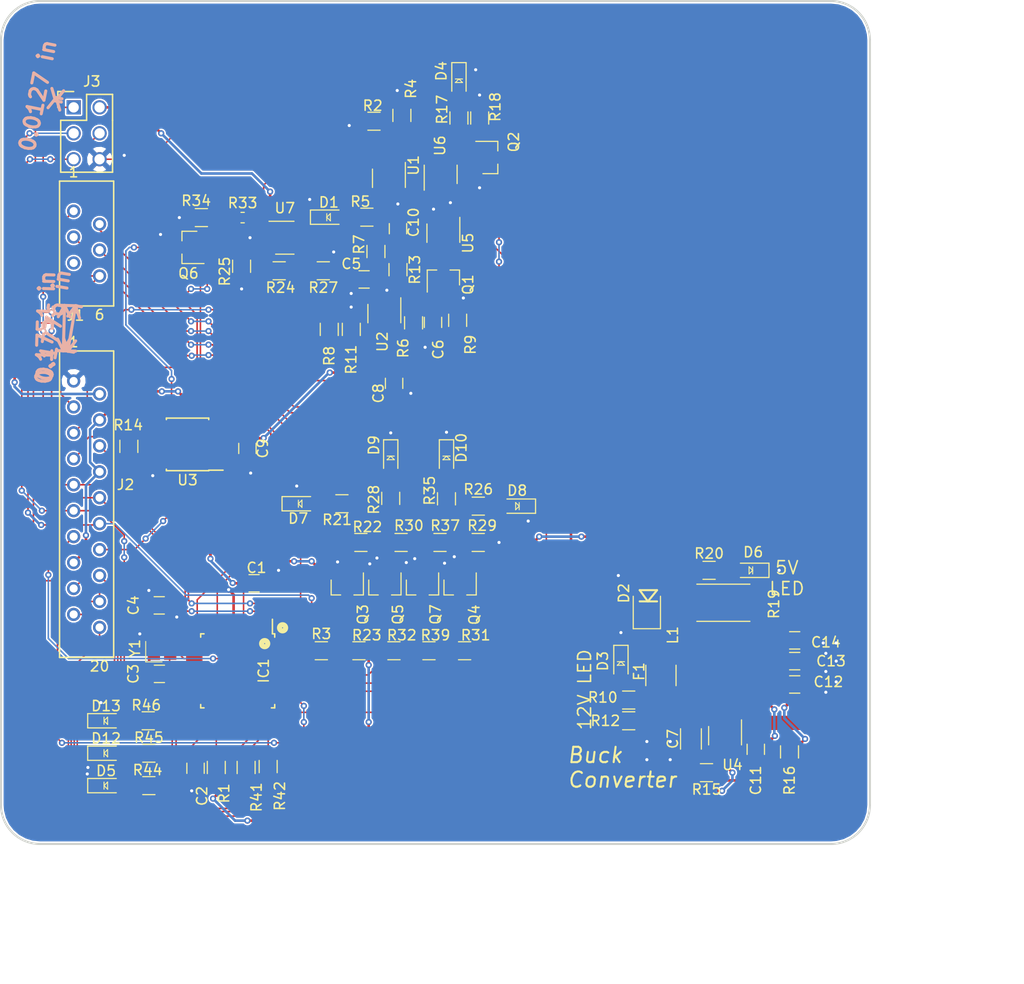
<source format=kicad_pcb>
(kicad_pcb (version 20171130) (host pcbnew 5.0.2-bee76a0~70~ubuntu18.04.1)
  (layers (0 F.Cu signal) (31 B.Cu signal hide) (34 B.Paste user) (35 F.Paste user) (36 B.SilkS user hide) (37 F.SilkS user) (38 B.Mask user) (39 F.Mask user hide) (44 Edge.Cuts user))
  (net 0 "")
  (net 1 GND)
  (net 2 VCC)
  (net 3 /MISO)
  (net 4 /RXCAN)
  (net 5 /SCK)
  (net 6 /12V_Fused)
  (net 7 "Net-(C5-Pad1)")
  (net 8 "Net-(C11-Pad1)")
  (net 9 "Net-(D1-Pad2)")
  (net 10 +12V)
  (net 11 "Net-(C2-Pad1)")
  (net 12 "Net-(C3-Pad1)")
  (net 13 "Net-(C4-Pad1)")
  (net 14 "Net-(C6-Pad1)")
  (net 15 "Net-(C10-Pad1)")
  (net 16 "Net-(C11-Pad2)")
  (net 17 "Net-(C12-Pad1)")
  (net 18 "Net-(D3-Pad2)")
  (net 19 "Net-(D4-Pad2)")
  (net 20 "Net-(D5-Pad2)")
  (net 21 "Net-(D6-Pad2)")
  (net 22 "Net-(D7-Pad2)")
  (net 23 "Net-(D8-Pad2)")
  (net 24 "Net-(D9-Pad2)")
  (net 25 "Net-(D10-Pad2)")
  (net 26 "Net-(D12-Pad2)")
  (net 27 "Net-(D13-Pad2)")
  (net 28 /MOSI)
  (net 29 "Net-(IC1-Pad3)")
  (net 30 /TXCAN)
  (net 31 "Net-(IC1-Pad8)")
  (net 32 "Net-(IC1-Pad9)")
  (net 33 /LED_1)
  (net 34 /LED_2)
  (net 35 /LED_3)
  (net 36 /Brake_Pressure-)
  (net 37 "Net-(IC1-Pad21)")
  (net 38 /Brake_Pressure_Sense)
  (net 39 "Net-(IC1-Pad23)")
  (net 40 "Net-(IC1-Pad24)")
  (net 41 /Cooling_Pump_LSD_n)
  (net 42 /RESET)
  (net 43 /Brakelight_Gate)
  (net 44 /Shutdown_Sense_TSMS)
  (net 45 /Shutdown_Sense_BSPD)
  (net 46 /Shutdown_Sense_GLVMS)
  (net 47 /Shutdown_Sense_Estop)
  (net 48 /Brake_Switch-)
  (net 49 /BSPD_Relay)
  (net 50 /CAN_low)
  (net 51 /CAN_high)
  (net 52 /Brakelight_LSD)
  (net 53 /RJ45_LED1)
  (net 54 /RJ45_LED2)
  (net 55 "Net-(Q1-Pad3)")
  (net 56 /Brake_Switch_Pressed)
  (net 57 "Net-(R5-Pad1)")
  (net 58 "Net-(R11-Pad1)")
  (net 59 "Net-(R12-Pad2)")
  (net 60 "Net-(R13-Pad2)")
  (net 61 "Net-(R15-Pad1)")
  (net 62 "Net-(R24-Pad1)")
  (net 63 "Net-(U3-Pad5)")
  (net 64 "Net-(U5-Pad4)")
  (net 65 /SS_Main_Shutdown_Pin)
  (net 66 /SS_E-Stop_Pin)
  (net 67 /SS_TSMS_Pin)
  (net 68 /SS_BSPD_Pin)
  (net 69 /Cooling_Pressure_Sense)
  (net 70 /BSPD_Current_Sense)
  (net 71 /BSPD_Relay_Sense)
  (net 72 "Net-(IC1-Pad13)")
  (module footprints:micromatch_female_ra_20 (layer F.Cu) (at 169.418 69.85)
    (fp_text reference J2 (at 5.08 5.08) (layer F.SilkS))
    (fp_text value MM_F_RA_20 hide)
    (fp_text user 20 (at 2.54 22.86) (layer F.SilkS))
    (fp_text user 1 (at 0 -8.89) (layer F.SilkS))
    (pad 5 thru_hole circle (at 0 0) (size 1.3 1.3) (drill 0.8) (layers *.Cu *.Mask) (net 48 /Brake_Switch-))
    (pad 3 thru_hole circle (at 0 -2.54) (size 1.3 1.3) (drill 0.8) (layers *.Cu *.Mask) (net 49 /BSPD_Relay))
    (pad 1 thru_hole circle (at 0 -5.08) (size 1.3 1.3) (drill 0.8) (layers *.Cu *.Mask) (net 1 GND))
    (pad 7 thru_hole circle (at 0 2.54) (size 1.3 1.3) (drill 0.8) (layers *.Cu *.Mask) (net 50 /CAN_low))
    (pad 2 thru_hole circle (at 2.54 -3.81) (size 1.3 1.3) (drill 0.8) (layers *.Cu *.Mask) (net 10 +12V))
    (pad 4 thru_hole circle (at 2.54 -1.27) (size 1.3 1.3) (drill 0.8) (layers *.Cu *.Mask) (net 2 VCC))
    (pad 6 thru_hole circle (at 2.54 1.27) (size 1.3 1.3) (drill 0.8) (layers *.Cu *.Mask) (net 51 /CAN_high))
    (pad 8 thru_hole circle (at 2.54 3.81) (size 1.3 1.3) (drill 0.8) (layers *.Cu *.Mask) (net 2 VCC))
    (pad 9 thru_hole circle (at 0 5.08) (size 1.3 1.3) (drill 0.8) (layers *.Cu *.Mask) (net 3 /MISO))
    (pad 10 thru_hole circle (at 2.54 6.35) (size 1.3 1.3) (drill 0.8) (layers *.Cu *.Mask) (net 28 /MOSI))
    (pad 11 thru_hole circle (at 0 7.62) (size 1.3 1.3) (drill 0.8) (layers *.Cu *.Mask) (net 5 /SCK))
    (pad 12 thru_hole circle (at 2.54 8.89) (size 1.3 1.3) (drill 0.8) (layers *.Cu *.Mask) (net 42 /RESET))
    (pad 13 thru_hole circle (at 0 10.16) (size 1.3 1.3) (drill 0.8) (layers *.Cu *.Mask) (net 41 /Cooling_Pump_LSD_n))
    (pad 14 thru_hole circle (at 2.54 11.43) (size 1.3 1.3) (drill 0.8) (layers *.Cu *.Mask) (net 52 /Brakelight_LSD))
    (pad 15 thru_hole circle (at 0 12.7) (size 1.3 1.3) (drill 0.8) (layers *.Cu *.Mask) (net 2 VCC))
    (pad 16 thru_hole circle (at 2.54 13.97) (size 1.3 1.3) (drill 0.8) (layers *.Cu *.Mask) (net 38 /Brake_Pressure_Sense))
    (pad 17 thru_hole circle (at 0 15.24) (size 1.3 1.3) (drill 0.8) (layers *.Cu *.Mask) (net 36 /Brake_Pressure-))
    (pad 18 thru_hole circle (at 2.54 16.51) (size 1.3 1.3) (drill 0.8) (layers *.Cu *.Mask) (net 70 /BSPD_Current_Sense))
    (pad 19 thru_hole circle (at 0 17.78) (size 1.3 1.3) (drill 0.8) (layers *.Cu *.Mask) (net 53 /RJ45_LED1))
    (pad 20 thru_hole circle (at 2.54 19.05) (size 1.3 1.3) (drill 0.8) (layers *.Cu *.Mask) (net 54 /RJ45_LED2))
  )
  (module footprints:TQFP-32_7x7mm_Pitch0.8mm (layer F.Cu) (at 185.4835 93.1545 270)
    (fp_text reference IC1 (at 0 -2.54 270) (layer F.SilkS))
    (fp_text value ATMEGA16M1 hide)
    (pad 32 smd rect (at -2.8 -4.25) (size 1.6 0.55) (layers F.Cu F.Paste F.Mask) (net 43 /Brakelight_Gate))
    (pad 31 smd rect (at -2 -4.25) (size 1.6 0.55) (layers F.Cu F.Paste F.Mask) (net 42 /RESET))
    (pad 30 smd rect (at -1.2 -4.25) (size 1.6 0.55) (layers F.Cu F.Paste F.Mask) (net 41 /Cooling_Pump_LSD_n))
    (pad 29 smd rect (at -0.4 -4.25) (size 1.6 0.55) (layers F.Cu F.Paste F.Mask) (net 65 /SS_Main_Shutdown_Pin))
    (pad 28 smd rect (at 0.4 -4.25) (size 1.6 0.55) (layers F.Cu F.Paste F.Mask) (net 68 /SS_BSPD_Pin))
    (pad 27 smd rect (at 1.2 -4.25) (size 1.6 0.55) (layers F.Cu F.Paste F.Mask) (net 67 /SS_TSMS_Pin))
    (pad 26 smd rect (at 2 -4.25) (size 1.6 0.55) (layers F.Cu F.Paste F.Mask) (net 66 /SS_E-Stop_Pin))
    (pad 25 smd rect (at 2.8 -4.25) (size 1.6 0.55) (layers F.Cu F.Paste F.Mask) (net 70 /BSPD_Current_Sense))
    (pad 24 smd rect (at 4.25 -2.8 270) (size 1.6 0.55) (layers F.Cu F.Paste F.Mask) (net 40 "Net-(IC1-Pad24)"))
    (pad 23 smd rect (at 4.25 -2 270) (size 1.6 0.55) (layers F.Cu F.Paste F.Mask) (net 39 "Net-(IC1-Pad23)"))
    (pad 22 smd rect (at 4.25 -1.2 270) (size 1.6 0.55) (layers F.Cu F.Paste F.Mask) (net 38 /Brake_Pressure_Sense))
    (pad 21 smd rect (at 4.25 -0.4 270) (size 1.6 0.55) (layers F.Cu F.Paste F.Mask) (net 37 "Net-(IC1-Pad21)"))
    (pad 20 smd rect (at 4.25 0.4 270) (size 1.6 0.55) (layers F.Cu F.Paste F.Mask) (net 1 GND))
    (pad 19 smd rect (at 4.25 1.2 270) (size 1.6 0.55) (layers F.Cu F.Paste F.Mask) (net 11 "Net-(C2-Pad1)"))
    (pad 18 smd rect (at 4.25 2 270) (size 1.6 0.55) (layers F.Cu F.Paste F.Mask) (net 36 /Brake_Pressure-))
    (pad 17 smd rect (at 4.25 2.8 270) (size 1.6 0.55) (layers F.Cu F.Paste F.Mask) (net 71 /BSPD_Relay_Sense))
    (pad 16 smd rect (at 2.8 4.25) (size 1.6 0.55) (layers F.Cu F.Paste F.Mask) (net 35 /LED_3))
    (pad 15 smd rect (at 2 4.25) (size 1.6 0.55) (layers F.Cu F.Paste F.Mask) (net 34 /LED_2))
    (pad 14 smd rect (at 1.2 4.25) (size 1.6 0.55) (layers F.Cu F.Paste F.Mask) (net 33 /LED_1))
    (pad 13 smd rect (at 0.4 4.25) (size 1.6 0.55) (layers F.Cu F.Paste F.Mask) (net 72 "Net-(IC1-Pad13)"))
    (pad 12 smd rect (at -0.4 4.25) (size 1.6 0.55) (layers F.Cu F.Paste F.Mask) (net 5 /SCK))
    (pad 11 smd rect (at -1.2 4.25) (size 1.6 0.55) (layers F.Cu F.Paste F.Mask) (net 12 "Net-(C3-Pad1)"))
    (pad 10 smd rect (at -2 4.25) (size 1.6 0.55) (layers F.Cu F.Paste F.Mask) (net 13 "Net-(C4-Pad1)"))
    (pad 9 smd rect (at -2.8 4.25) (size 1.6 0.55) (layers F.Cu F.Paste F.Mask) (net 32 "Net-(IC1-Pad9)"))
    (pad 8 smd rect (at -4.25 2.8 270) (size 1.6 0.55) (layers F.Cu F.Paste F.Mask) (net 31 "Net-(IC1-Pad8)"))
    (pad 7 smd rect (at -4.25 2 270) (size 1.6 0.55) (layers F.Cu F.Paste F.Mask) (net 4 /RXCAN))
    (pad 6 smd rect (at -4.25 1.2 270) (size 1.6 0.55) (layers F.Cu F.Paste F.Mask) (net 30 /TXCAN))
    (pad 5 smd rect (at -4.25 0.4 270) (size 1.6 0.55) (layers F.Cu F.Paste F.Mask) (net 1 GND))
    (pad 4 smd rect (at -4.25 -0.4 270) (size 1.6 0.55) (layers F.Cu F.Paste F.Mask) (net 2 VCC))
    (pad 3 smd rect (at -4.25 -1.2 270) (size 1.6 0.55) (layers F.Cu F.Paste F.Mask) (net 29 "Net-(IC1-Pad3)"))
    (pad 2 smd rect (at -4.25 -2 270) (size 1.6 0.55) (layers F.Cu F.Paste F.Mask) (net 28 /MOSI))
    (pad 1 smd rect (at -4.25 -2.8 270) (size 1.6 0.55) (layers F.Cu F.Paste F.Mask) (net 3 /MISO))
  )
  (module footprints:C_0805_OEM (layer F.Cu) (at 236.22 100.838 90)
    (fp_text reference C11 (at -3.048 0 90) (layer F.SilkS))
    (fp_text value C_0.1uF hide)
    (pad 1 smd rect (at -1 0 90) (size 1 1.25) (layers F.Cu F.Paste F.Mask) (net 8 "Net-(C11-Pad1)"))
    (pad 2 smd rect (at 1 0 90) (size 1 1.25) (layers F.Cu F.Paste F.Mask) (net 16 "Net-(C11-Pad2)"))
  )
  (module footprints:C_0805_OEM (layer F.Cu) (at 240.03 92.202)
    (fp_text reference C13 (at 3.556 0) (layer F.SilkS))
    (fp_text value C_1uF hide)
    (pad 1 smd rect (at -1 0) (size 1 1.25) (layers F.Cu F.Paste F.Mask) (net 17 "Net-(C12-Pad1)"))
    (pad 2 smd rect (at 1 0) (size 1 1.25) (layers F.Cu F.Paste F.Mask) (net 1 GND))
  )
  (module footprints:C_0805_OEM (layer F.Cu) (at 240.03 94.488)
    (fp_text reference C12 (at 3.302 -0.254) (layer F.SilkS))
    (fp_text value C_47uF hide)
    (pad 1 smd rect (at -1 0) (size 1 1.25) (layers F.Cu F.Paste F.Mask) (net 17 "Net-(C12-Pad1)"))
    (pad 2 smd rect (at 1 0) (size 1 1.25) (layers F.Cu F.Paste F.Mask) (net 1 GND))
  )
  (module footprints:LED_0805_OEM (layer F.Cu) (at 235.712 83.312 180)
    (fp_text reference D6 (at -0.254 1.778) (layer F.SilkS))
    (fp_text value LED_0805 hide)
    (pad 2 smd rect (at 1.1 0) (size 1.2 1.2) (layers F.Cu F.Paste F.Mask) (net 21 "Net-(D6-Pad2)"))
    (pad 1 smd rect (at -1.1 0) (size 1.2 1.2) (layers F.Cu F.Paste F.Mask) (net 1 GND))
  )
  (module footprints:Fuse_1210 (layer F.Cu) (at 226.9295 93.6045 270)
    (fp_text reference F1 (at -0.3865 2.1395 90) (layer F.SilkS))
    (fp_text value 500mA hide)
    (pad 1 smd rect (at -1.45 0 270) (size 0.9 2.5) (layers F.Cu F.Paste F.Mask) (net 10 +12V))
    (pad 2 smd rect (at 1.45 0 270) (size 0.9 2.5) (layers F.Cu F.Paste F.Mask) (net 6 /12V_Fused))
  )
  (module footprints:4.7uH_Inductor_OEM (layer F.Cu) (at 233.2355 92.9005 90)
    (fp_text reference L1 (at 3.2385 -5.1435 90) (layer F.SilkS))
    (fp_text value L_4.7uH hide)
    (pad 1 smd rect (at -2.35 0 90) (size 3.3 8.2) (layers F.Cu F.Paste F.Mask) (net 16 "Net-(C11-Pad2)"))
    (pad 2 smd rect (at 2.35 0 90) (size 3.3 8.2) (layers F.Cu F.Paste F.Mask) (net 17 "Net-(C12-Pad1)"))
  )
  (module footprints:R_0805_OEM (layer F.Cu) (at 223.774 96.012 180)
    (fp_text reference R10 (at 2.54 0.254 180) (layer F.SilkS))
    (fp_text value R_1k hide)
    (pad 1 smd rect (at -0.95 0 180) (size 0.7 1.3) (layers F.Cu F.Paste F.Mask) (net 6 /12V_Fused))
    (pad 2 smd rect (at 0.95 0 180) (size 0.7 1.3) (layers F.Cu F.Paste F.Mask) (net 18 "Net-(D3-Pad2)"))
  )
  (module footprints:R_0805_OEM (layer F.Cu) (at 223.774 98.044 180)
    (fp_text reference R12 (at 2.286 0) (layer F.SilkS))
    (fp_text value R_10k hide)
    (pad 1 smd rect (at -0.95 0 180) (size 0.7 1.3) (layers F.Cu F.Paste F.Mask) (net 6 /12V_Fused))
    (pad 2 smd rect (at 0.95 0 180) (size 0.7 1.3) (layers F.Cu F.Paste F.Mask) (net 59 "Net-(R12-Pad2)"))
  )
  (module footprints:R_0805_OEM (layer F.Cu) (at 231.648 83.312)
    (fp_text reference R20 (at 0 -1.65) (layer F.SilkS))
    (fp_text value R_200 hide)
    (pad 1 smd rect (at -0.95 0) (size 0.7 1.3) (layers F.Cu F.Paste F.Mask) (net 2 VCC))
    (pad 2 smd rect (at 0.95 0) (size 0.7 1.3) (layers F.Cu F.Paste F.Mask) (net 21 "Net-(D6-Pad2)"))
  )
  (module footprints:SOT-23-6_OEM (layer F.Cu) (at 233.2101 99.5045 270)
    (fp_text reference U4 (at 2.8575 -0.7239) (layer F.SilkS))
    (fp_text value TPS561201 hide)
    (pad 1 smd rect (at -1.1 -0.95 270) (size 1.06 0.65) (layers F.Cu F.Paste F.Mask) (net 1 GND))
    (pad 2 smd rect (at -1.1 0 270) (size 1.06 0.65) (layers F.Cu F.Paste F.Mask) (net 16 "Net-(C11-Pad2)"))
    (pad 3 smd rect (at -1.1 0.95 270) (size 1.06 0.65) (layers F.Cu F.Paste F.Mask) (net 6 /12V_Fused))
    (pad 4 smd rect (at 1.1 0.95 270) (size 1.06 0.65) (layers F.Cu F.Paste F.Mask) (net 61 "Net-(R15-Pad1)"))
    (pad 6 smd rect (at 1.1 -0.95 270) (size 1.06 0.65) (layers F.Cu F.Paste F.Mask) (net 8 "Net-(C11-Pad1)"))
    (pad 5 smd rect (at 1.1 0 270) (size 1.06 0.65) (layers F.Cu F.Paste F.Mask) (net 59 "Net-(R12-Pad2)"))
  )
  (module footprints:C_1206_OEM (layer F.Cu) (at 229.87 99.822 270)
    (fp_text reference C7 (at 0 1.778 270) (layer F.SilkS))
    (fp_text value C_22uF hide)
    (pad 1 smd rect (at -1.5 0 270) (size 1 1.6) (layers F.Cu F.Paste F.Mask) (net 6 /12V_Fused))
    (pad 2 smd rect (at 1.5 0 270) (size 1 1.6) (layers F.Cu F.Paste F.Mask) (net 1 GND))
  )
  (module footprints:C_0805_OEM (layer F.Cu) (at 240.03 90.17)
    (fp_text reference C14 (at 3.052 0.183) (layer F.SilkS))
    (fp_text value C_0.1uF hide)
    (pad 1 smd rect (at -1 0) (size 1 1.25) (layers F.Cu F.Paste F.Mask) (net 17 "Net-(C12-Pad1)"))
    (pad 2 smd rect (at 1 0) (size 1 1.25) (layers F.Cu F.Paste F.Mask) (net 1 GND))
  )
  (module footprints:LED_0805_OEM (layer F.Cu) (at 223.012 92.456 270)
    (fp_text reference D3 (at -0.254 1.778 270) (layer F.SilkS))
    (fp_text value LED_0805 hide)
    (pad 2 smd rect (at 1.1 0 90) (size 1.2 1.2) (layers F.Cu F.Paste F.Mask) (net 18 "Net-(D3-Pad2)"))
    (pad 1 smd rect (at -1.1 0 90) (size 1.2 1.2) (layers F.Cu F.Paste F.Mask) (net 1 GND))
  )
  (module footprints:DO-214AA (layer F.Cu) (at 225.552 85.852 90)
    (fp_text reference D2 (at 0.3 -2.25 90) (layer F.SilkS))
    (fp_text value D_Zener_18V hide)
    (pad 2 smd rect (at 2.032 0 270) (size 1.778 2.159) (layers F.Cu F.Paste F.Mask) (net 1 GND))
    (pad 1 smd rect (at -2.032 0 270) (size 1.778 2.159) (layers F.Cu F.Paste F.Mask) (net 10 +12V))
  )
  (module footprints:R_2512_OEM (layer F.Cu) (at 233.045 86.487)
    (fp_text reference R19 (at 4.953 0.127 90) (layer F.SilkS))
    (fp_text value R_0_Jumper hide)
    (pad 1 smd rect (at -3.1 0) (size 1 3.2) (layers F.Cu F.Paste F.Mask) (net 2 VCC))
    (pad 2 smd rect (at 3.1 0) (size 1 3.2) (layers F.Cu F.Paste F.Mask) (net 17 "Net-(C12-Pad1)"))
  )
  (module footprints:R_0805_OEM (layer F.Cu) (at 231.394 103.124 180)
    (fp_text reference R15 (at 0 -1.65 180) (layer F.SilkS))
    (fp_text value R_10k hide)
    (pad 1 smd rect (at -0.95 0 180) (size 0.7 1.3) (layers F.Cu F.Paste F.Mask) (net 61 "Net-(R15-Pad1)"))
    (pad 2 smd rect (at 0.95 0 180) (size 0.7 1.3) (layers F.Cu F.Paste F.Mask) (net 1 GND))
  )
  (module footprints:R_0805_OEM (layer F.Cu) (at 239.522 101.092 90)
    (fp_text reference R16 (at -2.794 0 90) (layer F.SilkS))
    (fp_text value R_51.1k hide)
    (pad 1 smd rect (at -0.95 0 90) (size 0.7 1.3) (layers F.Cu F.Paste F.Mask) (net 61 "Net-(R15-Pad1)"))
    (pad 2 smd rect (at 0.95 0 90) (size 0.7 1.3) (layers F.Cu F.Paste F.Mask) (net 17 "Net-(C12-Pad1)"))
  )
  (module footprints:C_0805_OEM (layer F.Cu) (at 187.087 84.582)
    (fp_text reference C1 (at 0.238 -1.524 180) (layer F.SilkS))
    (fp_text value C_0.1uF hide)
    (pad 1 smd rect (at -1 0) (size 1 1.25) (layers F.Cu F.Paste F.Mask) (net 2 VCC))
    (pad 2 smd rect (at 1 0) (size 1 1.25) (layers F.Cu F.Paste F.Mask) (net 1 GND))
  )
  (module footprints:C_0805_OEM (layer F.Cu) (at 181.356 102.6955 270)
    (fp_text reference C2 (at 2.7145 -0.635 270) (layer F.SilkS))
    (fp_text value C_100pF hide)
    (pad 2 smd rect (at 1 0 270) (size 1 1.25) (layers F.Cu F.Paste F.Mask) (net 1 GND))
    (pad 1 smd rect (at -1 0 270) (size 1 1.25) (layers F.Cu F.Paste F.Mask) (net 11 "Net-(C2-Pad1)"))
  )
  (module footprints:C_0805_OEM (layer F.Cu) (at 177.816 93.449982 180)
    (fp_text reference C3 (at 2.556 0 -90) (layer F.SilkS))
    (fp_text value C_30pF hide)
    (pad 2 smd rect (at 1 0 180) (size 1 1.25) (layers F.Cu F.Paste F.Mask) (net 1 GND))
    (pad 1 smd rect (at -1 0 180) (size 1 1.25) (layers F.Cu F.Paste F.Mask) (net 12 "Net-(C3-Pad1)"))
  )
  (module footprints:C_0805_OEM (layer F.Cu) (at 177.8 86.741 180)
    (fp_text reference C4 (at 2.524 0 -90) (layer F.SilkS))
    (fp_text value C_30pF hide)
    (pad 1 smd rect (at -1 0 180) (size 1 1.25) (layers F.Cu F.Paste F.Mask) (net 13 "Net-(C4-Pad1)"))
    (pad 2 smd rect (at 1 0 180) (size 1 1.25) (layers F.Cu F.Paste F.Mask) (net 1 GND))
  )
  (module footprints:C_0805_OEM (layer F.Cu) (at 197.863022 54.822959 180)
    (fp_text reference C5 (at 1.254 1.524 180) (layer F.SilkS))
    (fp_text value C_10uF hide)
    (pad 2 smd rect (at 1 0 180) (size 1 1.25) (layers F.Cu F.Paste F.Mask) (net 1 GND))
    (pad 1 smd rect (at -1 0 180) (size 1 1.25) (layers F.Cu F.Paste F.Mask) (net 7 "Net-(C5-Pad1)"))
  )
  (module footprints:C_0805_OEM (layer F.Cu) (at 204.610022 59.029959 270)
    (fp_text reference C6 (at 2.651 -0.508 270) (layer F.SilkS))
    (fp_text value C_0.1uF hide)
    (pad 1 smd rect (at -1 0 270) (size 1 1.25) (layers F.Cu F.Paste F.Mask) (net 14 "Net-(C6-Pad1)"))
    (pad 2 smd rect (at 1 0 270) (size 1 1.25) (layers F.Cu F.Paste F.Mask) (net 1 GND))
  )
  (module footprints:C_0805_OEM (layer F.Cu) (at 200.800022 64.998959 270)
    (fp_text reference C8 (at 0.977541 1.537022 270) (layer F.SilkS))
    (fp_text value C_0.1uF hide)
    (pad 1 smd rect (at -1 0 270) (size 1 1.25) (layers F.Cu F.Paste F.Mask) (net 2 VCC))
    (pad 2 smd rect (at 1 0 270) (size 1 1.25) (layers F.Cu F.Paste F.Mask) (net 1 GND))
  )
  (module footprints:C_0805_OEM (layer F.Cu) (at 186.436 71.374 270)
    (fp_text reference C9 (at 0 -1.5 270) (layer F.SilkS))
    (fp_text value C_0.1uF hide)
    (pad 1 smd rect (at -1 0 270) (size 1 1.25) (layers F.Cu F.Paste F.Mask) (net 2 VCC))
    (pad 2 smd rect (at 1 0 270) (size 1 1.25) (layers F.Cu F.Paste F.Mask) (net 1 GND))
  )
  (module footprints:C_0805_OEM (layer F.Cu) (at 201.181022 49.853959 90)
    (fp_text reference C10 (at 0.619 1.524 90) (layer F.SilkS))
    (fp_text value C_1uF hide)
    (pad 2 smd rect (at 1 0 90) (size 1 1.25) (layers F.Cu F.Paste F.Mask) (net 1 GND))
    (pad 1 smd rect (at -1 0 90) (size 1 1.25) (layers F.Cu F.Paste F.Mask) (net 15 "Net-(C10-Pad1)"))
  )
  (module footprints:LED_0805_OEM (layer F.Cu) (at 194.407022 48.726959)
    (fp_text reference D1 (at 0 -1.45) (layer F.SilkS))
    (fp_text value LED_0805 hide)
    (pad 2 smd rect (at 1.1 0 180) (size 1.2 1.2) (layers F.Cu F.Paste F.Mask) (net 9 "Net-(D1-Pad2)"))
    (pad 1 smd rect (at -1.1 0 180) (size 1.2 1.2) (layers F.Cu F.Paste F.Mask) (net 1 GND))
  )
  (module footprints:LED_0805_OEM (layer F.Cu) (at 207.150022 35.391959 270)
    (fp_text reference D4 (at -0.974959 1.727522 270) (layer F.SilkS))
    (fp_text value LED_0805 hide)
    (pad 2 smd rect (at 1.1 0 90) (size 1.2 1.2) (layers F.Cu F.Paste F.Mask) (net 19 "Net-(D4-Pad2)"))
    (pad 1 smd rect (at -1.1 0 90) (size 1.2 1.2) (layers F.Cu F.Paste F.Mask) (net 1 GND))
  )
  (module footprints:LED_0805_OEM (layer F.Cu) (at 172.593 104.394)
    (fp_text reference D5 (at 0 -1.45) (layer F.SilkS))
    (fp_text value LED_0805 hide)
    (pad 1 smd rect (at -1.1 0 180) (size 1.2 1.2) (layers F.Cu F.Paste F.Mask) (net 1 GND))
    (pad 2 smd rect (at 1.1 0 180) (size 1.2 1.2) (layers F.Cu F.Paste F.Mask) (net 20 "Net-(D5-Pad2)"))
  )
  (module footprints:LED_0805_OEM (layer F.Cu) (at 191.625471 76.787991)
    (fp_text reference D7 (at -0.217388 1.445188) (layer F.SilkS))
    (fp_text value LED_0805 hide)
    (pad 1 smd rect (at -1.1 0 180) (size 1.2 1.2) (layers F.Cu F.Paste F.Mask) (net 1 GND))
    (pad 2 smd rect (at 1.1 0 180) (size 1.2 1.2) (layers F.Cu F.Paste F.Mask) (net 22 "Net-(D7-Pad2)"))
  )
  (module footprints:LED_0805_OEM (layer F.Cu) (at 212.852 77.0255 180)
    (fp_text reference D8 (at 0 1.524 180) (layer F.SilkS))
    (fp_text value LED_0805 hide)
    (pad 2 smd rect (at 1.1 0) (size 1.2 1.2) (layers F.Cu F.Paste F.Mask) (net 23 "Net-(D8-Pad2)"))
    (pad 1 smd rect (at -1.1 0) (size 1.2 1.2) (layers F.Cu F.Paste F.Mask) (net 1 GND))
  )
  (module footprints:LED_0805_OEM (layer F.Cu) (at 200.4695 72.3265 270)
    (fp_text reference D9 (at -1.27 1.651 270) (layer F.SilkS))
    (fp_text value LED_0805 hide)
    (pad 2 smd rect (at 1.1 0 90) (size 1.2 1.2) (layers F.Cu F.Paste F.Mask) (net 24 "Net-(D9-Pad2)"))
    (pad 1 smd rect (at -1.1 0 90) (size 1.2 1.2) (layers F.Cu F.Paste F.Mask) (net 1 GND))
  )
  (module footprints:LED_0805_OEM (layer F.Cu) (at 205.9305 72.3265 270)
    (fp_text reference D10 (at -1.016 -1.45 270) (layer F.SilkS))
    (fp_text value LED_0805 hide)
    (pad 2 smd rect (at 1.1 0 90) (size 1.2 1.2) (layers F.Cu F.Paste F.Mask) (net 25 "Net-(D10-Pad2)"))
    (pad 1 smd rect (at -1.1 0 90) (size 1.2 1.2) (layers F.Cu F.Paste F.Mask) (net 1 GND))
  )
  (module footprints:LED_0805_OEM (layer F.Cu) (at 172.593 101.219)
    (fp_text reference D12 (at 0 -1.45) (layer F.SilkS))
    (fp_text value LED_0805 hide)
    (pad 1 smd rect (at -1.1 0 180) (size 1.2 1.2) (layers F.Cu F.Paste F.Mask) (net 1 GND))
    (pad 2 smd rect (at 1.1 0 180) (size 1.2 1.2) (layers F.Cu F.Paste F.Mask) (net 26 "Net-(D12-Pad2)"))
  )
  (module footprints:LED_0805_OEM (layer F.Cu) (at 172.593 98.044)
    (fp_text reference D13 (at 0 -1.45) (layer F.SilkS))
    (fp_text value LED_0805 hide)
    (pad 2 smd rect (at 1.1 0 180) (size 1.2 1.2) (layers F.Cu F.Paste F.Mask) (net 27 "Net-(D13-Pad2)"))
    (pad 1 smd rect (at -1.1 0 180) (size 1.2 1.2) (layers F.Cu F.Paste F.Mask) (net 1 GND))
  )
  (module footprints:micromatch_female_ra_6 (layer F.Cu) (at 169.418 53.213)
    (fp_text reference J1 (at 0.1905 5.1435) (layer F.SilkS))
    (fp_text value MM_F_RA_06 hide)
    (fp_text user 6 (at 2.54 5.08) (layer F.SilkS))
    (fp_text user 1 (at 0 -8.89) (layer F.SilkS))
    (pad 5 thru_hole circle (at 0 0) (size 1.3 1.3) (drill 0.8) (layers *.Cu *.Mask) (net 69 /Cooling_Pressure_Sense))
    (pad 3 thru_hole circle (at 0 -2.54) (size 1.3 1.3) (drill 0.8) (layers *.Cu *.Mask) (net 45 /Shutdown_Sense_BSPD))
    (pad 1 thru_hole circle (at 0 -5.08) (size 1.3 1.3) (drill 0.8) (layers *.Cu *.Mask) (net 46 /Shutdown_Sense_GLVMS))
    (pad 2 thru_hole circle (at 2.54 -3.81) (size 1.3 1.3) (drill 0.8) (layers *.Cu *.Mask) (net 47 /Shutdown_Sense_Estop))
    (pad 4 thru_hole circle (at 2.54 -1.27) (size 1.3 1.3) (drill 0.8) (layers *.Cu *.Mask) (net 44 /Shutdown_Sense_TSMS))
    (pad 6 thru_hole circle (at 2.54 1.27) (size 1.3 1.3) (drill 0.8) (layers *.Cu *.Mask) (net 70 /BSPD_Current_Sense))
  )
  (module footprints:Pin_Header_Straight_2x03 (layer F.Cu) (at 169.418 37.973)
    (fp_text reference J3 (at 1.778 -2.54) (layer F.SilkS))
    (fp_text value CONN_02X03 hide)
    (pad 1 thru_hole rect (at 0 0) (size 1.4 1.4) (drill 1.016) (layers *.Cu *.Mask) (net 3 /MISO))
    (pad 2 thru_hole circle (at 2.54 0) (size 1.4 1.4) (drill 1.016) (layers *.Cu *.Mask) (net 2 VCC))
    (pad 3 thru_hole circle (at 0 2.54) (size 1.4 1.4) (drill 1.016) (layers *.Cu *.Mask) (net 5 /SCK))
    (pad 4 thru_hole circle (at 2.54 2.54) (size 1.4 1.4) (drill 1.016) (layers *.Cu *.Mask) (net 28 /MOSI))
    (pad 5 thru_hole circle (at 0 5.08) (size 1.4 1.4) (drill 1.016) (layers *.Cu *.Mask) (net 42 /RESET))
    (pad 6 thru_hole circle (at 2.54 5.08) (size 1.4 1.4) (drill 1.016) (layers *.Cu *.Mask) (net 1 GND))
  )
  (module footprints:SOT-23F (layer F.Cu) (at 205.626022 54.661959 90)
    (fp_text reference Q1 (at -0.669 2.413 90) (layer F.SilkS))
    (fp_text value SSM3K333R hide)
    (pad 1 smd rect (at -1.05 -0.95 90) (size 0.9 0.8) (layers F.Cu F.Paste F.Mask) (net 14 "Net-(C6-Pad1)"))
    (pad 2 smd rect (at -1.05 0.95 90) (size 0.9 0.8) (layers F.Cu F.Paste F.Mask) (net 1 GND))
    (pad 3 smd rect (at 1.05 0 90) (size 0.9 0.8) (layers F.Cu F.Paste F.Mask) (net 55 "Net-(Q1-Pad3)"))
  )
  (module footprints:SOT-23F (layer F.Cu) (at 210.198022 42.884959)
    (fp_text reference Q2 (at 2.32 -1.524 -270) (layer F.SilkS))
    (fp_text value SSM3K333R hide)
    (pad 1 smd rect (at -1.05 -0.95) (size 0.9 0.8) (layers F.Cu F.Paste F.Mask) (net 71 /BSPD_Relay_Sense))
    (pad 2 smd rect (at -1.05 0.95) (size 0.9 0.8) (layers F.Cu F.Paste F.Mask) (net 1 GND))
    (pad 3 smd rect (at 1.05 0) (size 0.9 0.8) (layers F.Cu F.Paste F.Mask) (net 49 /BSPD_Relay))
  )
  (module footprints:SOT-23F (layer F.Cu) (at 196.215 84.963 270)
    (fp_text reference Q3 (at 2.667 -1.524 270) (layer F.SilkS))
    (fp_text value SSM3K333R hide)
    (pad 1 smd rect (at -1.05 -0.95 270) (size 0.9 0.8) (layers F.Cu F.Paste F.Mask) (net 46 /Shutdown_Sense_GLVMS))
    (pad 2 smd rect (at -1.05 0.95 270) (size 0.9 0.8) (layers F.Cu F.Paste F.Mask) (net 1 GND))
    (pad 3 smd rect (at 1.05 0 270) (size 0.9 0.8) (layers F.Cu F.Paste F.Mask) (net 65 /SS_Main_Shutdown_Pin))
  )
  (module footprints:SOT-23F (layer F.Cu) (at 207.264 84.963 270)
    (fp_text reference Q4 (at 2.701 -1.397 270) (layer F.SilkS))
    (fp_text value SSM3K333R hide)
    (pad 1 smd rect (at -1.05 -0.95 270) (size 0.9 0.8) (layers F.Cu F.Paste F.Mask) (net 47 /Shutdown_Sense_Estop))
    (pad 2 smd rect (at -1.05 0.95 270) (size 0.9 0.8) (layers F.Cu F.Paste F.Mask) (net 1 GND))
    (pad 3 smd rect (at 1.05 0 270) (size 0.9 0.8) (layers F.Cu F.Paste F.Mask) (net 66 /SS_E-Stop_Pin))
  )
  (module footprints:SOT-23F (layer F.Cu) (at 199.898 84.963 270)
    (fp_text reference Q5 (at 2.667 -1.27 270) (layer F.SilkS))
    (fp_text value SSM3K333R hide)
    (pad 1 smd rect (at -1.05 -0.95 270) (size 0.9 0.8) (layers F.Cu F.Paste F.Mask) (net 45 /Shutdown_Sense_BSPD))
    (pad 2 smd rect (at -1.05 0.95 270) (size 0.9 0.8) (layers F.Cu F.Paste F.Mask) (net 1 GND))
    (pad 3 smd rect (at 1.05 0 270) (size 0.9 0.8) (layers F.Cu F.Paste F.Mask) (net 68 /SS_BSPD_Pin))
  )
  (module footprints:SOT-23F (layer F.Cu) (at 180.7845 51.689 180)
    (fp_text reference Q6 (at 0.127 -2.54 180) (layer F.SilkS))
    (fp_text value SSM3K333R hide)
    (pad 1 smd rect (at -1.05 -0.95 180) (size 0.9 0.8) (layers F.Cu F.Paste F.Mask) (net 43 /Brakelight_Gate))
    (pad 2 smd rect (at -1.05 0.95 180) (size 0.9 0.8) (layers F.Cu F.Paste F.Mask) (net 1 GND))
    (pad 3 smd rect (at 1.05 0 180) (size 0.9 0.8) (layers F.Cu F.Paste F.Mask) (net 52 /Brakelight_LSD))
  )
  (module footprints:SOT-23F (layer F.Cu) (at 203.581 84.963 270)
    (fp_text reference Q7 (at 2.667 -1.27 270) (layer F.SilkS))
    (fp_text value SSM3K333R hide)
    (pad 3 smd rect (at 1.05 0 270) (size 0.9 0.8) (layers F.Cu F.Paste F.Mask) (net 67 /SS_TSMS_Pin))
    (pad 2 smd rect (at -1.05 0.95 270) (size 0.9 0.8) (layers F.Cu F.Paste F.Mask) (net 1 GND))
    (pad 1 smd rect (at -1.05 -0.95 270) (size 0.9 0.8) (layers F.Cu F.Paste F.Mask) (net 44 /Shutdown_Sense_TSMS))
  )
  (module footprints:R_0805_OEM (layer F.Cu) (at 183.388 102.616 90)
    (fp_text reference R1 (at -2.54 0.762 90) (layer F.SilkS))
    (fp_text value R_100 hide)
    (pad 2 smd rect (at 0.95 0 90) (size 0.7 1.3) (layers F.Cu F.Paste F.Mask) (net 11 "Net-(C2-Pad1)"))
    (pad 1 smd rect (at -0.95 0 90) (size 0.7 1.3) (layers F.Cu F.Paste F.Mask) (net 2 VCC))
  )
  (module footprints:R_0805_OEM (layer F.Cu) (at 198.829022 39.328959 180)
    (fp_text reference R2 (at 0.127 1.524 180) (layer F.SilkS))
    (fp_text value R_100K hide)
    (pad 2 smd rect (at 0.95 0 180) (size 0.7 1.3) (layers F.Cu F.Paste F.Mask) (net 1 GND))
    (pad 1 smd rect (at -0.95 0 180) (size 0.7 1.3) (layers F.Cu F.Paste F.Mask) (net 56 /Brake_Switch_Pressed))
  )
  (module footprints:R_0805_OEM (layer F.Cu) (at 201.562022 38.759959 270)
    (fp_text reference R4 (at -2.606 -0.889 270) (layer F.SilkS))
    (fp_text value R_100K hide)
    (pad 2 smd rect (at 0.95 0 270) (size 0.7 1.3) (layers F.Cu F.Paste F.Mask) (net 70 /BSPD_Current_Sense))
    (pad 1 smd rect (at -0.95 0 270) (size 0.7 1.3) (layers F.Cu F.Paste F.Mask) (net 1 GND))
  )
  (module footprints:R_0805_OEM (layer F.Cu) (at 198.133022 48.726959 180)
    (fp_text reference R5 (at 0.635 1.524 180) (layer F.SilkS))
    (fp_text value R_200 hide)
    (pad 1 smd rect (at -0.95 0 180) (size 0.7 1.3) (layers F.Cu F.Paste F.Mask) (net 57 "Net-(R5-Pad1)"))
    (pad 2 smd rect (at 0.95 0 180) (size 0.7 1.3) (layers F.Cu F.Paste F.Mask) (net 9 "Net-(D1-Pad2)"))
  )
  (module footprints:R_0805_OEM (layer F.Cu) (at 202.705022 59.074959 90)
    (fp_text reference R6 (at -2.479 -1.016 90) (layer F.SilkS))
    (fp_text value R_10K hide)
    (pad 1 smd rect (at -0.95 0 90) (size 0.7 1.3) (layers F.Cu F.Paste F.Mask) (net 2 VCC))
    (pad 2 smd rect (at 0.95 0 90) (size 0.7 1.3) (layers F.Cu F.Paste F.Mask) (net 14 "Net-(C6-Pad1)"))
  )
  (module footprints:R_0805_OEM (layer F.Cu) (at 199.022022 52.089959 270)
    (fp_text reference R7 (at -0.696 1.651 270) (layer F.SilkS))
    (fp_text value R_71.5K hide)
    (pad 2 smd rect (at 0.95 0 270) (size 0.7 1.3) (layers F.Cu F.Paste F.Mask) (net 7 "Net-(C5-Pad1)"))
    (pad 1 smd rect (at -0.95 0 270) (size 0.7 1.3) (layers F.Cu F.Paste F.Mask) (net 57 "Net-(R5-Pad1)"))
  )
  (module footprints:R_0805_OEM (layer F.Cu) (at 194.450022 59.714959 270)
    (fp_text reference R8 (at 2.601 0 270) (layer F.SilkS))
    (fp_text value R_10K hide)
    (pad 2 smd rect (at 0.95 0 270) (size 0.7 1.3) (layers F.Cu F.Paste F.Mask) (net 58 "Net-(R11-Pad1)"))
    (pad 1 smd rect (at -0.95 0 270) (size 0.7 1.3) (layers F.Cu F.Paste F.Mask) (net 2 VCC))
  )
  (module footprints:R_0805_OEM (layer F.Cu) (at 207.023022 58.825959 270)
    (fp_text reference R9 (at 2.388041 -1.256978 270) (layer F.SilkS))
    (fp_text value R_100K hide)
    (pad 1 smd rect (at -0.95 0 270) (size 0.7 1.3) (layers F.Cu F.Paste F.Mask) (net 55 "Net-(Q1-Pad3)"))
    (pad 2 smd rect (at 0.95 0 270) (size 0.7 1.3) (layers F.Cu F.Paste F.Mask) (net 2 VCC))
  )
  (module footprints:R_0805_OEM (layer F.Cu) (at 196.609022 59.714959 90)
    (fp_text reference R11 (at -2.959541 -0.013022 90) (layer F.SilkS))
    (fp_text value R_10K hide)
    (pad 1 smd rect (at -0.95 0 90) (size 0.7 1.3) (layers F.Cu F.Paste F.Mask) (net 58 "Net-(R11-Pad1)"))
    (pad 2 smd rect (at 0.95 0 90) (size 0.7 1.3) (layers F.Cu F.Paste F.Mask) (net 1 GND))
  )
  (module footprints:R_0805_OEM (layer F.Cu) (at 201.181022 53.867959 270)
    (fp_text reference R13 (at 0 -1.65 270) (layer F.SilkS))
    (fp_text value R_10K hide)
    (pad 2 smd rect (at 0.95 0 270) (size 0.7 1.3) (layers F.Cu F.Paste F.Mask) (net 60 "Net-(R13-Pad2)"))
    (pad 1 smd rect (at -0.95 0 270) (size 0.7 1.3) (layers F.Cu F.Paste F.Mask) (net 15 "Net-(C10-Pad1)"))
  )
  (module footprints:R_0805_OEM (layer F.Cu) (at 174.825651 71.170441 90)
    (fp_text reference R14 (at 2.082441 -0.073651 180) (layer F.SilkS))
    (fp_text value R_200 hide)
    (pad 1 smd rect (at -0.95 0 90) (size 0.7 1.3) (layers F.Cu F.Paste F.Mask) (net 51 /CAN_high))
    (pad 2 smd rect (at 0.95 0 90) (size 0.7 1.3) (layers F.Cu F.Paste F.Mask) (net 50 /CAN_low))
  )
  (module footprints:R_0805_OEM (layer F.Cu) (at 207.150022 39.013959 90)
    (fp_text reference R17 (at 0.828 -1.651 90) (layer F.SilkS))
    (fp_text value R_200 hide)
    (pad 1 smd rect (at -0.95 0 90) (size 0.7 1.3) (layers F.Cu F.Paste F.Mask) (net 71 /BSPD_Relay_Sense))
    (pad 2 smd rect (at 0.95 0 90) (size 0.7 1.3) (layers F.Cu F.Paste F.Mask) (net 19 "Net-(D4-Pad2)"))
  )
  (module footprints:R_0805_OEM (layer F.Cu) (at 209.182022 39.013959 90)
    (fp_text reference R18 (at 1.077 1.524 90) (layer F.SilkS))
    (fp_text value R_10K hide)
    (pad 1 smd rect (at -0.95 0 90) (size 0.7 1.3) (layers F.Cu F.Paste F.Mask) (net 71 /BSPD_Relay_Sense))
    (pad 2 smd rect (at 0.95 0 90) (size 0.7 1.3) (layers F.Cu F.Paste F.Mask) (net 1 GND))
  )
  (module footprints:R_0805_OEM (layer F.Cu) (at 195.689471 76.787991 180)
    (fp_text reference R21 (at 0.471388 -1.572188 180) (layer F.SilkS))
    (fp_text value R_1K hide)
    (pad 1 smd rect (at -0.95 0 180) (size 0.7 1.3) (layers F.Cu F.Paste F.Mask) (net 46 /Shutdown_Sense_GLVMS))
    (pad 2 smd rect (at 0.95 0 180) (size 0.7 1.3) (layers F.Cu F.Paste F.Mask) (net 22 "Net-(D7-Pad2)"))
  )
  (module footprints:R_0805_OEM (layer F.Cu) (at 197.5485 80.5815)
    (fp_text reference R22 (at 0.635 -1.524) (layer F.SilkS))
    (fp_text value R_100K hide)
    (pad 2 smd rect (at 0.95 0) (size 0.7 1.3) (layers F.Cu F.Paste F.Mask) (net 1 GND))
    (pad 1 smd rect (at -0.95 0) (size 0.7 1.3) (layers F.Cu F.Paste F.Mask) (net 46 /Shutdown_Sense_GLVMS))
  )
  (module footprints:R_0805_OEM (layer F.Cu) (at 197.358 91.186 180)
    (fp_text reference R23 (at -0.762 1.524 180) (layer F.SilkS))
    (fp_text value R_10K hide)
    (pad 2 smd rect (at 0.95 0 180) (size 0.7 1.3) (layers F.Cu F.Paste F.Mask) (net 65 /SS_Main_Shutdown_Pin))
    (pad 1 smd rect (at -0.95 0 180) (size 0.7 1.3) (layers F.Cu F.Paste F.Mask) (net 2 VCC))
  )
  (module footprints:R_0805_OEM (layer F.Cu) (at 189.5475 53.975 180)
    (fp_text reference R24 (at -0.127 -1.651 180) (layer F.SilkS))
    (fp_text value R_10K hide)
    (pad 2 smd rect (at 0.95 0 180) (size 0.7 1.3) (layers F.Cu F.Paste F.Mask) (net 2 VCC))
    (pad 1 smd rect (at -0.95 0 180) (size 0.7 1.3) (layers F.Cu F.Paste F.Mask) (net 62 "Net-(R24-Pad1)"))
  )
  (module footprints:R_0805_OEM (layer F.Cu) (at 185.8645 53.533 90)
    (fp_text reference R25 (at -0.508 -1.65 90) (layer F.SilkS))
    (fp_text value R_10K hide)
    (pad 2 smd rect (at 0.95 0 90) (size 0.7 1.3) (layers F.Cu F.Paste F.Mask) (net 48 /Brake_Switch-))
    (pad 1 smd rect (at -0.95 0 90) (size 0.7 1.3) (layers F.Cu F.Paste F.Mask) (net 1 GND))
  )
  (module footprints:R_0805_OEM (layer F.Cu) (at 209.0445 77.0255)
    (fp_text reference R26 (at 0 -1.65) (layer F.SilkS))
    (fp_text value R_1K hide)
    (pad 1 smd rect (at -0.95 0) (size 0.7 1.3) (layers F.Cu F.Paste F.Mask) (net 47 /Shutdown_Sense_Estop))
    (pad 2 smd rect (at 0.95 0) (size 0.7 1.3) (layers F.Cu F.Paste F.Mask) (net 23 "Net-(D8-Pad2)"))
  )
  (module footprints:R_0805_OEM (layer F.Cu) (at 193.8655 53.975 180)
    (fp_text reference R27 (at 0 -1.65 180) (layer F.SilkS))
    (fp_text value R_10K hide)
    (pad 1 smd rect (at -0.95 0 180) (size 0.7 1.3) (layers F.Cu F.Paste F.Mask) (net 1 GND))
    (pad 2 smd rect (at 0.95 0 180) (size 0.7 1.3) (layers F.Cu F.Paste F.Mask) (net 62 "Net-(R24-Pad1)"))
  )
  (module footprints:R_0805_OEM (layer F.Cu) (at 200.4695 76.2635 90)
    (fp_text reference R28 (at -0.127 -1.651 90) (layer F.SilkS))
    (fp_text value R_1K hide)
    (pad 1 smd rect (at -0.95 0 90) (size 0.7 1.3) (layers F.Cu F.Paste F.Mask) (net 45 /Shutdown_Sense_BSPD))
    (pad 2 smd rect (at 0.95 0 90) (size 0.7 1.3) (layers F.Cu F.Paste F.Mask) (net 24 "Net-(D9-Pad2)"))
  )
  (module footprints:R_0805_OEM (layer F.Cu) (at 209.0395 80.5815)
    (fp_text reference R29 (at 0.381 -1.651) (layer F.SilkS))
    (fp_text value R_100K hide)
    (pad 1 smd rect (at -0.95 0) (size 0.7 1.3) (layers F.Cu F.Paste F.Mask) (net 47 /Shutdown_Sense_Estop))
    (pad 2 smd rect (at 0.95 0) (size 0.7 1.3) (layers F.Cu F.Paste F.Mask) (net 1 GND))
  )
  (module footprints:R_0805_OEM (layer F.Cu) (at 201.4855 80.5815)
    (fp_text reference R30 (at 0.762 -1.651) (layer F.SilkS))
    (fp_text value R_100K hide)
    (pad 2 smd rect (at 0.95 0) (size 0.7 1.3) (layers F.Cu F.Paste F.Mask) (net 1 GND))
    (pad 1 smd rect (at -0.95 0) (size 0.7 1.3) (layers F.Cu F.Paste F.Mask) (net 45 /Shutdown_Sense_BSPD))
  )
  (module footprints:R_0805_OEM (layer F.Cu) (at 207.706 91.186 180)
    (fp_text reference R31 (at -1.082 1.524 180) (layer F.SilkS))
    (fp_text value R_10K hide)
    (pad 1 smd rect (at -0.95 0 180) (size 0.7 1.3) (layers F.Cu F.Paste F.Mask) (net 2 VCC))
    (pad 2 smd rect (at 0.95 0 180) (size 0.7 1.3) (layers F.Cu F.Paste F.Mask) (net 66 /SS_E-Stop_Pin))
  )
  (module footprints:R_0805_OEM (layer F.Cu) (at 200.787 91.186 180)
    (fp_text reference R32 (at -0.762 1.524 180) (layer F.SilkS))
    (fp_text value R_10K hide)
    (pad 1 smd rect (at -0.95 0 180) (size 0.7 1.3) (layers F.Cu F.Paste F.Mask) (net 2 VCC))
    (pad 2 smd rect (at 0.95 0 180) (size 0.7 1.3) (layers F.Cu F.Paste F.Mask) (net 68 /SS_BSPD_Pin))
  )
  (module footprints:R_0603_1608Metric (layer F.Cu) (at 185.966 48.768)
    (fp_text reference R33 (at 0 -1.43) (layer F.SilkS))
    (fp_text value R_0)
    (pad 2 smd roundrect (at 0.7875 0) (size 0.875 0.95) (layers F.Cu F.Paste F.Mask) (net 56 /Brake_Switch_Pressed))
    (pad 1 smd roundrect (at -0.7875 0) (size 0.875 0.95) (layers F.Cu F.Paste F.Mask) (net 43 /Brakelight_Gate))
  )
  (module footprints:R_0805_OEM (layer F.Cu) (at 181.9275 48.768 180)
    (fp_text reference R34 (at 0.508 1.651 180) (layer F.SilkS))
    (fp_text value R_10K hide)
    (pad 1 smd rect (at -0.95 0 180) (size 0.7 1.3) (layers F.Cu F.Paste F.Mask) (net 43 /Brakelight_Gate))
    (pad 2 smd rect (at 0.95 0 180) (size 0.7 1.3) (layers F.Cu F.Paste F.Mask) (net 1 GND))
  )
  (module footprints:R_0805_OEM (layer F.Cu) (at 205.9305 76.3045 90)
    (fp_text reference R35 (at 0.803 -1.651 90) (layer F.SilkS))
    (fp_text value R_1K hide)
    (pad 2 smd rect (at 0.95 0 90) (size 0.7 1.3) (layers F.Cu F.Paste F.Mask) (net 25 "Net-(D10-Pad2)"))
    (pad 1 smd rect (at -0.95 0 90) (size 0.7 1.3) (layers F.Cu F.Paste F.Mask) (net 44 /Shutdown_Sense_TSMS))
  )
  (module footprints:R_0805_OEM (layer F.Cu) (at 205.2955 80.5815)
    (fp_text reference R37 (at 0.508 -1.65) (layer F.SilkS))
    (fp_text value R_100K hide)
    (pad 1 smd rect (at -0.95 0) (size 0.7 1.3) (layers F.Cu F.Paste F.Mask) (net 44 /Shutdown_Sense_TSMS))
    (pad 2 smd rect (at 0.95 0) (size 0.7 1.3) (layers F.Cu F.Paste F.Mask) (net 1 GND))
  )
  (module footprints:R_0805_OEM (layer F.Cu) (at 204.216 91.186 180)
    (fp_text reference R39 (at -0.635 1.524 180) (layer F.SilkS))
    (fp_text value R_10K hide)
    (pad 2 smd rect (at 0.95 0 180) (size 0.7 1.3) (layers F.Cu F.Paste F.Mask) (net 67 /SS_TSMS_Pin))
    (pad 1 smd rect (at -0.95 0 180) (size 0.7 1.3) (layers F.Cu F.Paste F.Mask) (net 2 VCC))
  )
  (module footprints:R_0805_OEM (layer F.Cu) (at 186.309 102.616 90)
    (fp_text reference R41 (at -2.921 1.016 90) (layer F.SilkS))
    (fp_text value R_200 hide)
    (pad 1 smd rect (at -0.95 0 90) (size 0.7 1.3) (layers F.Cu F.Paste F.Mask) (net 53 /RJ45_LED1))
    (pad 2 smd rect (at 0.95 0 90) (size 0.7 1.3) (layers F.Cu F.Paste F.Mask) (net 39 "Net-(IC1-Pad23)"))
  )
  (module footprints:R_0805_OEM (layer F.Cu) (at 188.468 102.527982 270)
    (fp_text reference R42 (at 2.882018 -1.143 270) (layer F.SilkS))
    (fp_text value R_200 hide)
    (pad 1 smd rect (at -0.95 0 270) (size 0.7 1.3) (layers F.Cu F.Paste F.Mask) (net 40 "Net-(IC1-Pad24)"))
    (pad 2 smd rect (at 0.95 0 270) (size 0.7 1.3) (layers F.Cu F.Paste F.Mask) (net 54 /RJ45_LED2))
  )
  (module footprints:R_0805_OEM (layer F.Cu) (at 176.784 104.394 180)
    (fp_text reference R44 (at 0.127 1.524) (layer F.SilkS))
    (fp_text value R_200 hide)
    (pad 2 smd rect (at 0.95 0 180) (size 0.7 1.3) (layers F.Cu F.Paste F.Mask) (net 20 "Net-(D5-Pad2)"))
    (pad 1 smd rect (at -0.95 0 180) (size 0.7 1.3) (layers F.Cu F.Paste F.Mask) (net 35 /LED_3))
  )
  (module footprints:R_0805_OEM (layer F.Cu) (at 176.784 101.219 180)
    (fp_text reference R45 (at 0 1.524) (layer F.SilkS))
    (fp_text value R_200 hide)
    (pad 2 smd rect (at 0.95 0 180) (size 0.7 1.3) (layers F.Cu F.Paste F.Mask) (net 26 "Net-(D12-Pad2)"))
    (pad 1 smd rect (at -0.95 0 180) (size 0.7 1.3) (layers F.Cu F.Paste F.Mask) (net 34 /LED_2))
  )
  (module footprints:R_0805_OEM (layer F.Cu) (at 176.723 98.044 180)
    (fp_text reference R46 (at 0.193 1.524) (layer F.SilkS))
    (fp_text value R_200 hide)
    (pad 1 smd rect (at -0.95 0 180) (size 0.7 1.3) (layers F.Cu F.Paste F.Mask) (net 33 /LED_1))
    (pad 2 smd rect (at 0.95 0 180) (size 0.7 1.3) (layers F.Cu F.Paste F.Mask) (net 27 "Net-(D13-Pad2)"))
  )
  (module footprints:SOIC-8_3.9x4.9mm_Pitch1.27mm_OEM (layer F.Cu) (at 180.573651 70.977441 180)
    (fp_text reference U3 (at 0 -3.5 180) (layer F.SilkS))
    (fp_text value CAN_Transceiver hide)
    (pad 1 smd rect (at -2.7 -1.905 180) (size 1.55 0.6) (layers F.Cu F.Paste F.Mask) (net 30 /TXCAN))
    (pad 2 smd rect (at -2.7 -0.635 180) (size 1.55 0.6) (layers F.Cu F.Paste F.Mask) (net 1 GND))
    (pad 3 smd rect (at -2.7 0.635 180) (size 1.55 0.6) (layers F.Cu F.Paste F.Mask) (net 2 VCC))
    (pad 4 smd rect (at -2.7 1.905 180) (size 1.55 0.6) (layers F.Cu F.Paste F.Mask) (net 4 /RXCAN))
    (pad 5 smd rect (at 2.7 1.905 180) (size 1.55 0.6) (layers F.Cu F.Paste F.Mask) (net 63 "Net-(U3-Pad5)"))
    (pad 6 smd rect (at 2.7 0.635 180) (size 1.55 0.6) (layers F.Cu F.Paste F.Mask) (net 50 /CAN_low))
    (pad 7 smd rect (at 2.7 -0.635 180) (size 1.55 0.6) (layers F.Cu F.Paste F.Mask) (net 51 /CAN_high))
    (pad 8 smd rect (at 2.7 -1.905 180) (size 1.55 0.6) (layers F.Cu F.Paste F.Mask) (net 1 GND))
  )
  (module footprints:Crystal_SMD_FA238 (layer F.Cu) (at 178.074862 90.274982 90)
    (fp_text reference Y1 (at -0.67564 -2.66192 90) (layer F.SilkS))
    (fp_text value Crystal_SMD hide)
    (pad 4 smd rect (at -1.1 -0.8 90) (size 1.4 1.2) (layers F.Cu F.Mask) (net 1 GND))
    (pad 3 smd rect (at 1.1 -0.8 90) (size 1.4 1.2) (layers F.Cu F.Mask) (net 13 "Net-(C4-Pad1)"))
    (pad 2 smd rect (at 1.1 0.8 90) (size 1.4 1.2) (layers F.Cu F.Mask) (net 1 GND))
    (pad 1 smd rect (at -1.1 0.8 90) (size 1.4 1.2) (layers F.Cu F.Mask) (net 12 "Net-(C3-Pad1)"))
  )
  (module footprints:R_0805_OEM (layer F.Cu) (at 193.675 91.186 180)
    (fp_text reference R3 (at 0 1.651 180) (layer F.SilkS))
    (fp_text value R_10k hide)
    (pad 1 smd rect (at -0.95 0 180) (size 0.7 1.3) (layers F.Cu F.Paste F.Mask) (net 2 VCC))
    (pad 2 smd rect (at 0.95 0 180) (size 0.7 1.3) (layers F.Cu F.Paste F.Mask) (net 42 /RESET))
  )
  (module footprints:SOT-23-5_OEM (layer F.Cu) (at 200.292022 44.916959 270)
    (fp_text reference U1 (at -1.27 -2.413 270) (layer F.SilkS))
    (fp_text value SN74LVC1G08 hide)
    (pad 1 smd rect (at -1.1 -0.95 270) (size 1.06 0.65) (layers F.Cu F.Paste F.Mask) (net 70 /BSPD_Current_Sense))
    (pad 2 smd rect (at -1.1 0 270) (size 1.06 0.65) (layers F.Cu F.Paste F.Mask) (net 56 /Brake_Switch_Pressed))
    (pad 3 smd rect (at -1.1 0.95 270) (size 1.06 0.65) (layers F.Cu F.Paste F.Mask) (net 1 GND))
    (pad 4 smd rect (at 1.1 0.95 270) (size 1.06 0.65) (layers F.Cu F.Paste F.Mask) (net 57 "Net-(R5-Pad1)"))
    (pad 5 smd rect (at 1.1 -0.95 270) (size 1.06 0.65) (layers F.Cu F.Paste F.Mask) (net 2 VCC))
  )
  (module footprints:SOT-23-5_OEM (layer F.Cu) (at 205.626022 50.293959 270)
    (fp_text reference U5 (at 0.973 -2.413 90) (layer F.SilkS))
    (fp_text value SN74LVC1G02 hide)
    (pad 5 smd rect (at 1.1 -0.95 270) (size 1.06 0.65) (layers F.Cu F.Paste F.Mask) (net 2 VCC))
    (pad 4 smd rect (at 1.1 0.95 270) (size 1.06 0.65) (layers F.Cu F.Paste F.Mask) (net 64 "Net-(U5-Pad4)"))
    (pad 3 smd rect (at -1.1 0.95 270) (size 1.06 0.65) (layers F.Cu F.Paste F.Mask) (net 1 GND))
    (pad 2 smd rect (at -1.1 0 270) (size 1.06 0.65) (layers F.Cu F.Paste F.Mask) (net 55 "Net-(Q1-Pad3)"))
    (pad 1 smd rect (at -1.1 -0.95 270) (size 1.06 0.65) (layers F.Cu F.Paste F.Mask) (net 71 /BSPD_Relay_Sense))
  )
  (module footprints:SOT-23-5_OEM (layer F.Cu) (at 205.359838 44.532859 90)
    (fp_text reference U6 (at 2.813359 -0.064338 270) (layer F.SilkS))
    (fp_text value SN74LVC1G02 hide)
    (pad 5 smd rect (at 1.1 -0.95 90) (size 1.06 0.65) (layers F.Cu F.Paste F.Mask) (net 2 VCC))
    (pad 4 smd rect (at 1.1 0.95 90) (size 1.06 0.65) (layers F.Cu F.Paste F.Mask) (net 71 /BSPD_Relay_Sense))
    (pad 3 smd rect (at -1.1 0.95 90) (size 1.06 0.65) (layers F.Cu F.Paste F.Mask) (net 1 GND))
    (pad 2 smd rect (at -1.1 0 90) (size 1.06 0.65) (layers F.Cu F.Paste F.Mask) (net 64 "Net-(U5-Pad4)"))
    (pad 1 smd rect (at -1.1 -0.95 90) (size 1.06 0.65) (layers F.Cu F.Paste F.Mask) (net 15 "Net-(C10-Pad1)"))
  )
  (module footprints:SOT-23-5_OEM (layer F.Cu) (at 199.845022 58.167959 270)
    (fp_text reference U2 (at 2.751 0.188 270) (layer F.SilkS))
    (fp_text value MCP6001 hide)
    (pad 5 smd rect (at 1.1 -0.95 270) (size 1.06 0.65) (layers F.Cu F.Paste F.Mask) (net 2 VCC))
    (pad 4 smd rect (at 1.1 0.95 270) (size 1.06 0.65) (layers F.Cu F.Paste F.Mask) (net 58 "Net-(R11-Pad1)"))
    (pad 3 smd rect (at -1.1 0.95 270) (size 1.06 0.65) (layers F.Cu F.Paste F.Mask) (net 7 "Net-(C5-Pad1)"))
    (pad 2 smd rect (at -1.1 0 270) (size 1.06 0.65) (layers F.Cu F.Paste F.Mask) (net 1 GND))
    (pad 1 smd rect (at -1.1 -0.95 270) (size 1.06 0.65) (layers F.Cu F.Paste F.Mask) (net 60 "Net-(R13-Pad2)"))
  )
  (module footprints:SOT-23-5_OEM (layer F.Cu) (at 190.0985 50.739)
    (fp_text reference U7 (at 0 -2.9) (layer F.SilkS))
    (fp_text value MCP6001 hide)
    (pad 1 smd rect (at -1.1 -0.95) (size 1.06 0.65) (layers F.Cu F.Paste F.Mask) (net 56 /Brake_Switch_Pressed))
    (pad 2 smd rect (at -1.1 0) (size 1.06 0.65) (layers F.Cu F.Paste F.Mask) (net 1 GND))
    (pad 3 smd rect (at -1.1 0.95) (size 1.06 0.65) (layers F.Cu F.Paste F.Mask) (net 48 /Brake_Switch-))
    (pad 4 smd rect (at 1.1 0.95) (size 1.06 0.65) (layers F.Cu F.Paste F.Mask) (net 62 "Net-(R24-Pad1)"))
    (pad 5 smd rect (at 1.1 -0.95) (size 1.06 0.65) (layers F.Cu F.Paste F.Mask) (net 2 VCC))
  )
  (dimension 0.323788 (width 0.3) (layer B.SilkS) (gr_text "0.0127 in" (at 169.730969 37.591094 78.69006753) (layer B.SilkS) (effects (font (size 1.5 1.5) (thickness 0.3)))) (feature1 (pts (xy 167.7035 37.0205) (xy 168.278533 37.135507))) (feature2 (pts (xy 167.64 37.338) (xy 168.215033 37.453007))) (crossbar (pts (xy 167.64 37.338) (xy 167.7035 37.0205))) (arrow1a (pts (xy 167.7035 37.0205) (xy 168.057607 38.240134))) (arrow1b (pts (xy 167.7035 37.0205) (xy 166.907542 38.010121))) (arrow2a (pts (xy 167.64 37.338) (xy 168.435958 36.348379))) (arrow2b (pts (xy 167.64 37.338) (xy 167.285893 36.118366))))
  (dimension 4.509841 (width 0.3) (layer B.SilkS) (gr_text "0.1776 in" (at 171.297307 59.981324 80.27242145) (layer B.SilkS) (effects (font (size 1.5 1.5) (thickness 0.3)))) (feature1 (pts (xy 169.6085 57.404) (xy 170.186489 57.503084))) (feature2 (pts (xy 168.8465 61.849) (xy 169.424489 61.948084))) (crossbar (pts (xy 168.8465 61.849) (xy 169.6085 57.404))) (arrow1a (pts (xy 169.6085 57.404) (xy 169.996151 58.613391))) (arrow1b (pts (xy 169.6085 57.404) (xy 168.840172 58.415223))) (arrow2a (pts (xy 168.8465 61.849) (xy 169.614828 60.837777))) (arrow2b (pts (xy 168.8465 61.849) (xy 168.458849 60.639609))))
  (dimension 4.446814 (width 0.3) (layer B.SilkS) (gr_text "0.1751 in" (at 166.367342 59.532081 88.36342296) (layer B.SilkS) (effects (font (size 1.5 1.5) (thickness 0.3)))) (feature1 (pts (xy 169.7355 57.404) (xy 167.943803 57.352809))) (feature2 (pts (xy 169.6085 61.849) (xy 167.816803 61.797809))) (crossbar (pts (xy 168.402985 61.814557) (xy 168.529985 57.369557))) (arrow1a (pts (xy 168.529985 57.369557) (xy 169.083994 58.512349))) (arrow1b (pts (xy 168.529985 57.369557) (xy 167.911631 58.478853))) (arrow2a (pts (xy 168.402985 61.814557) (xy 169.021339 60.705261))) (arrow2b (pts (xy 168.402985 61.814557) (xy 167.848976 60.671765))))
  (gr_line (start 243.586 27.559) (end 166.116 27.559) (layer Edge.Cuts) (width 0.2))
  (gr_arc (start 166.116 31.369) (end 166.116 27.559) (angle -90) (layer Edge.Cuts) (width 0.2))
  (gr_line (start 166.116 110.109) (end 243.586 110.109) (layer Edge.Cuts) (width 0.2))
  (gr_arc (start 243.586 31.369) (end 247.396 31.369) (angle -90) (layer Edge.Cuts) (width 0.2))
  (gr_line (start 162.306 31.369) (end 162.306 106.299) (layer Edge.Cuts) (width 0.2))
  (gr_line (start 247.396 106.299) (end 247.396 31.369) (layer Edge.Cuts) (width 0.2))
  (gr_arc (start 166.116 106.299) (end 162.306 106.299) (angle -90) (layer Edge.Cuts) (width 0.2))
  (gr_arc (start 243.586 106.299) (end 243.586 110.109) (angle -90) (layer Edge.Cuts) (width 0.2))
  (gr_text "Buck\nConverter" (at 217.678 102.616) (layer F.SilkS) (effects (font (size 1.5 1.5) (thickness 0.2032) italic) (justify left)))
  (gr_text "5V\nLED" (at 239.268 84.074) (layer F.SilkS) (effects (font (size 1.27 1.27) (thickness 0.1524))))
  (gr_text "12V LED" (at 219.456 94.996 90) (layer F.SilkS) (effects (font (size 1.27 1.27) (thickness 0.1524))))
  (segment (start 225.552 83.82) (end 222.758 83.82) (width 0.254) (layer F.Cu) (net 1))
  (via (at 222.758 83.82) (size 0.6096) (drill 0.3048) (layers F.Cu B.Cu) (net 1))
  (segment (start 236.812 83.312) (end 238.506 83.312) (width 0.254) (layer F.Cu) (net 1))
  (via (at 238.506 83.312) (size 0.6096) (drill 0.3048) (layers F.Cu B.Cu) (net 1))
  (segment (start 230.444 103.124) (end 230.444 101.896) (width 0.254) (layer F.Cu) (net 1))
  (segment (start 230.444 101.896) (end 229.87 101.322) (width 0.254) (layer F.Cu) (net 1))
  (segment (start 225.552 83.82) (end 225.7425 83.82) (width 0.254) (layer F.Cu) (net 1))
  (segment (start 229.87 101.322) (end 228.37 101.322) (width 0.254) (layer F.Cu) (net 1))
  (via (at 227.838 100.076) (size 0.6096) (drill 0.3048) (layers F.Cu B.Cu) (net 1))
  (segment (start 225.552 100.076) (end 227.838 100.076) (width 0.254) (layer B.Cu) (net 1))
  (via (at 225.552 100.076) (size 0.6096) (drill 0.3048) (layers F.Cu B.Cu) (net 1))
  (segment (start 225.552 101.854) (end 225.552 100.076) (width 0.254) (layer F.Cu) (net 1))
  (via (at 225.552 101.854) (size 0.6096) (drill 0.3048) (layers F.Cu B.Cu) (net 1))
  (segment (start 227.838 101.854) (end 225.552 101.854) (width 0.254) (layer B.Cu) (net 1))
  (via (at 227.838 101.854) (size 0.6096) (drill 0.3048) (layers F.Cu B.Cu) (net 1))
  (segment (start 228.37 101.322) (end 227.838 101.854) (width 0.254) (layer F.Cu) (net 1))
  (segment (start 242.824 90.424) (end 244.094 90.424) (width 0.254) (layer F.Cu) (net 1))
  (segment (start 242.57 90.17) (end 242.824 90.424) (width 0.254) (layer F.Cu) (net 1))
  (via (at 242.824 90.424) (size 0.6096) (drill 0.3048) (layers F.Cu B.Cu) (net 1))
  (segment (start 241.03 90.17) (end 242.57 90.17) (width 0.254) (layer F.Cu) (net 1))
  (via (at 243.078 95.25) (size 0.6096) (drill 0.3048) (layers F.Cu B.Cu) (net 1))
  (segment (start 244.094 94.234) (end 243.078 95.25) (width 0.254) (layer B.Cu) (net 1))
  (via (at 244.094 94.234) (size 0.6096) (drill 0.3048) (layers F.Cu B.Cu) (net 1))
  (segment (start 243.078 93.218) (end 244.094 94.234) (width 0.254) (layer F.Cu) (net 1))
  (via (at 243.078 93.218) (size 0.6096) (drill 0.3048) (layers F.Cu B.Cu) (net 1))
  (segment (start 244.094 92.202) (end 243.078 93.218) (width 0.254) (layer B.Cu) (net 1))
  (via (at 244.094 92.202) (size 0.6096) (drill 0.3048) (layers F.Cu B.Cu) (net 1))
  (segment (start 243.84 92.202) (end 244.094 92.202) (width 0.254) (layer F.Cu) (net 1))
  (segment (start 243.078 91.44) (end 243.84 92.202) (width 0.254) (layer F.Cu) (net 1))
  (via (at 243.078 91.44) (size 0.6096) (drill 0.3048) (layers F.Cu B.Cu) (net 1))
  (segment (start 244.094 90.424) (end 243.078 91.44) (width 0.254) (layer B.Cu) (net 1))
  (via (at 244.094 90.424) (size 0.6096) (drill 0.3048) (layers F.Cu B.Cu) (net 1))
  (segment (start 223.012 91.356) (end 223.012 89.408) (width 0.254) (layer F.Cu) (net 1))
  (via (at 223.012 89.408) (size 0.6096) (drill 0.3048) (layers F.Cu B.Cu) (net 1))
  (segment (start 183.273651 71.612441) (end 184.896441 71.612441) (width 0.1524) (layer F.Cu) (net 1))
  (segment (start 185.658 72.374) (end 186.436 72.374) (width 0.1524) (layer F.Cu) (net 1))
  (segment (start 184.896441 71.612441) (end 185.658 72.374) (width 0.1524) (layer F.Cu) (net 1))
  (via (at 211.074 80.5815) (size 0.6096) (drill 0.3048) (layers F.Cu B.Cu) (net 1))
  (segment (start 209.9895 80.5815) (end 211.074 80.5815) (width 0.1524) (layer F.Cu) (net 1))
  (via (at 213.9315 78.486) (size 0.6096) (drill 0.3048) (layers F.Cu B.Cu) (net 1))
  (segment (start 213.952 77.0255) (end 213.952 78.4655) (width 0.1524) (layer F.Cu) (net 1))
  (segment (start 213.952 78.4655) (end 213.9315 78.486) (width 0.1524) (layer F.Cu) (net 1))
  (via (at 205.9305 69.7865) (size 0.6096) (drill 0.3048) (layers F.Cu B.Cu) (net 1))
  (segment (start 205.9305 71.2265) (end 205.9305 69.7865) (width 0.1524) (layer F.Cu) (net 1))
  (segment (start 200.4695 71.2265) (end 200.4695 70.4741) (width 0.1524) (layer F.Cu) (net 1))
  (via (at 200.4695 69.85) (size 0.6096) (drill 0.3048) (layers F.Cu B.Cu) (net 1))
  (segment (start 200.4695 70.4741) (end 200.4695 69.85) (width 0.1524) (layer F.Cu) (net 1))
  (segment (start 200.800022 65.998959) (end 202.415541 65.998959) (width 0.1524) (layer F.Cu) (net 1))
  (via (at 202.438 65.9765) (size 0.6096) (drill 0.3048) (layers F.Cu B.Cu) (net 1))
  (segment (start 202.415541 65.998959) (end 202.438 65.9765) (width 0.1524) (layer F.Cu) (net 1))
  (segment (start 204.610022 60.029959) (end 204.610022 60.692978) (width 0.1524) (layer F.Cu) (net 1))
  (via (at 203.835 61.468) (size 0.6096) (drill 0.3048) (layers F.Cu B.Cu) (net 1))
  (segment (start 204.610022 60.692978) (end 203.835 61.468) (width 0.1524) (layer F.Cu) (net 1))
  (segment (start 196.609022 58.262559) (end 196.596 58.249537) (width 0.1524) (layer F.Cu) (net 1))
  (segment (start 196.609022 58.764959) (end 196.609022 58.262559) (width 0.1524) (layer F.Cu) (net 1))
  (via (at 196.596 57.531) (size 0.6096) (drill 0.3048) (layers F.Cu B.Cu) (net 1))
  (segment (start 196.596 58.249537) (end 196.596 57.531) (width 0.1524) (layer F.Cu) (net 1))
  (via (at 200.0885 55.88) (size 0.6096) (drill 0.3048) (layers F.Cu B.Cu) (net 1))
  (segment (start 199.845022 57.067959) (end 199.845022 56.123478) (width 0.1524) (layer F.Cu) (net 1))
  (segment (start 199.845022 56.123478) (end 200.0885 55.88) (width 0.1524) (layer F.Cu) (net 1))
  (via (at 207.5815 56.642) (size 0.6096) (drill 0.3048) (layers F.Cu B.Cu) (net 1))
  (segment (start 206.576022 55.711959) (end 206.651459 55.711959) (width 0.1524) (layer F.Cu) (net 1))
  (segment (start 206.651459 55.711959) (end 207.5815 56.642) (width 0.1524) (layer F.Cu) (net 1))
  (via (at 204.6605 47.9425) (size 0.6096) (drill 0.3048) (layers F.Cu B.Cu) (net 1))
  (segment (start 204.676022 49.193959) (end 204.676022 47.958022) (width 0.1524) (layer F.Cu) (net 1))
  (segment (start 204.676022 47.958022) (end 204.6605 47.9425) (width 0.1524) (layer F.Cu) (net 1))
  (segment (start 206.309838 45.632859) (end 206.309838 47.305838) (width 0.1524) (layer F.Cu) (net 1))
  (via (at 206.3115 47.3075) (size 0.6096) (drill 0.3048) (layers F.Cu B.Cu) (net 1))
  (segment (start 206.309838 47.305838) (end 206.3115 47.3075) (width 0.1524) (layer F.Cu) (net 1))
  (via (at 209.169 45.847) (size 0.6096) (drill 0.3048) (layers F.Cu B.Cu) (net 1))
  (segment (start 209.148022 43.834959) (end 209.148022 45.826022) (width 0.1524) (layer F.Cu) (net 1))
  (segment (start 209.148022 45.826022) (end 209.169 45.847) (width 0.1524) (layer F.Cu) (net 1))
  (via (at 201.1045 36.322) (size 0.6096) (drill 0.3048) (layers F.Cu B.Cu) (net 1))
  (segment (start 201.562022 37.809959) (end 201.562022 36.779522) (width 0.1524) (layer F.Cu) (net 1))
  (segment (start 201.562022 36.779522) (end 201.1045 36.322) (width 0.1524) (layer F.Cu) (net 1))
  (segment (start 197.376622 39.328959) (end 196.954581 39.751) (width 0.1524) (layer F.Cu) (net 1))
  (segment (start 197.879022 39.328959) (end 197.376622 39.328959) (width 0.1524) (layer F.Cu) (net 1))
  (via (at 196.4055 39.751) (size 0.6096) (drill 0.3048) (layers F.Cu B.Cu) (net 1))
  (segment (start 196.954581 39.751) (end 196.4055 39.751) (width 0.1524) (layer F.Cu) (net 1))
  (via (at 208.788 34.29) (size 0.6096) (drill 0.3048) (layers F.Cu B.Cu) (net 1))
  (segment (start 207.150022 34.291959) (end 208.786041 34.291959) (width 0.1524) (layer F.Cu) (net 1))
  (segment (start 208.786041 34.291959) (end 208.788 34.29) (width 0.1524) (layer F.Cu) (net 1))
  (via (at 209.169 36.7665) (size 0.6096) (drill 0.3048) (layers F.Cu B.Cu) (net 1))
  (segment (start 209.182022 38.063959) (end 209.182022 36.779522) (width 0.1524) (layer F.Cu) (net 1))
  (segment (start 209.182022 36.779522) (end 209.169 36.7665) (width 0.1524) (layer F.Cu) (net 1))
  (via (at 179.7685 48.768) (size 0.6096) (drill 0.3048) (layers F.Cu B.Cu) (net 1))
  (segment (start 180.9775 48.768) (end 179.7685 48.768) (width 0.1524) (layer F.Cu) (net 1))
  (via (at 177.927 50.419) (size 0.6096) (drill 0.3048) (layers F.Cu B.Cu) (net 1))
  (segment (start 181.8345 50.739) (end 178.247 50.739) (width 0.1524) (layer F.Cu) (net 1))
  (segment (start 178.247 50.739) (end 177.927 50.419) (width 0.1524) (layer F.Cu) (net 1))
  (via (at 185.8645 55.753) (size 0.6096) (drill 0.3048) (layers F.Cu B.Cu) (net 1))
  (segment (start 185.8645 54.483) (end 185.8645 55.753) (width 0.1524) (layer F.Cu) (net 1))
  (via (at 186.69 50.7365) (size 0.6096) (drill 0.3048) (layers F.Cu B.Cu) (net 1))
  (segment (start 188.9985 50.739) (end 186.6925 50.739) (width 0.1524) (layer F.Cu) (net 1))
  (segment (start 186.6925 50.739) (end 186.69 50.7365) (width 0.1524) (layer F.Cu) (net 1))
  (via (at 192.532 46.99) (size 0.6096) (drill 0.3048) (layers F.Cu B.Cu) (net 1))
  (segment (start 193.307022 48.726959) (end 193.307022 47.765022) (width 0.1524) (layer F.Cu) (net 1))
  (segment (start 193.307022 47.765022) (end 192.532 46.99) (width 0.1524) (layer F.Cu) (net 1))
  (via (at 201.168 47.4345) (size 0.6096) (drill 0.3048) (layers F.Cu B.Cu) (net 1))
  (segment (start 201.181022 48.853959) (end 201.181022 47.447522) (width 0.1524) (layer F.Cu) (net 1))
  (segment (start 201.181022 47.447522) (end 201.168 47.4345) (width 0.1524) (layer F.Cu) (net 1))
  (via (at 196.596 56.1975) (size 0.6096) (drill 0.3048) (layers F.Cu B.Cu) (net 1))
  (segment (start 196.863022 54.822959) (end 196.863022 55.930478) (width 0.1524) (layer F.Cu) (net 1))
  (segment (start 196.863022 55.930478) (end 196.596 56.1975) (width 0.1524) (layer F.Cu) (net 1))
  (segment (start 194.8155 53.1726) (end 194.8815 53.1066) (width 0.1524) (layer F.Cu) (net 1))
  (segment (start 194.8155 53.975) (end 194.8155 53.1726) (width 0.1524) (layer F.Cu) (net 1))
  (via (at 194.8815 52.1335) (size 0.6096) (drill 0.3048) (layers F.Cu B.Cu) (net 1))
  (segment (start 194.8815 53.1066) (end 194.8815 52.1335) (width 0.1524) (layer F.Cu) (net 1))
  (via (at 174.371 42.672) (size 0.6096) (drill 0.3048) (layers F.Cu B.Cu) (net 1))
  (segment (start 171.958 43.053) (end 173.99 43.053) (width 0.1524) (layer F.Cu) (net 1))
  (segment (start 173.99 43.053) (end 174.371 42.672) (width 0.1524) (layer F.Cu) (net 1))
  (via (at 189.484 83.312) (size 0.6096) (drill 0.3048) (layers F.Cu B.Cu) (net 1))
  (segment (start 189.232 83.312) (end 189.484 83.312) (width 0.1524) (layer F.Cu) (net 1))
  (segment (start 188.087 84.582) (end 188.087 84.457) (width 0.1524) (layer F.Cu) (net 1))
  (segment (start 188.087 84.457) (end 189.232 83.312) (width 0.1524) (layer F.Cu) (net 1))
  (segment (start 190.525471 76.035591) (end 191.262 75.299062) (width 0.1524) (layer F.Cu) (net 1))
  (segment (start 190.525471 76.787991) (end 190.525471 76.035591) (width 0.1524) (layer F.Cu) (net 1))
  (via (at 191.262 75.057) (size 0.6096) (drill 0.3048) (layers F.Cu B.Cu) (net 1))
  (segment (start 191.262 75.299062) (end 191.262 75.057) (width 0.1524) (layer F.Cu) (net 1))
  (via (at 186.7535 73.787) (size 0.6096) (drill 0.3048) (layers F.Cu B.Cu) (net 1))
  (segment (start 186.436 72.374) (end 186.436 73.4695) (width 0.1524) (layer F.Cu) (net 1))
  (segment (start 186.436 73.4695) (end 186.7535 73.787) (width 0.1524) (layer F.Cu) (net 1))
  (via (at 177.165 74.041) (size 0.6096) (drill 0.3048) (layers F.Cu B.Cu) (net 1))
  (segment (start 177.873651 72.882441) (end 177.873651 73.332349) (width 0.1524) (layer F.Cu) (net 1))
  (segment (start 177.873651 73.332349) (end 177.165 74.041) (width 0.1524) (layer F.Cu) (net 1))
  (via (at 176.784 85.2805) (size 0.6096) (drill 0.3048) (layers F.Cu B.Cu) (net 1))
  (segment (start 176.8 86.741) (end 176.8 85.2965) (width 0.1524) (layer F.Cu) (net 1))
  (segment (start 176.8 85.2965) (end 176.784 85.2805) (width 0.1524) (layer F.Cu) (net 1))
  (segment (start 175.895 89.89512) (end 175.895 89.535) (width 0.1524) (layer F.Cu) (net 1))
  (via (at 175.895 89.535) (size 0.6096) (drill 0.3048) (layers F.Cu B.Cu) (net 1))
  (segment (start 177.274862 91.374982) (end 177.274862 91.274982) (width 0.1524) (layer F.Cu) (net 1))
  (segment (start 177.274862 91.274982) (end 175.895 89.89512) (width 0.1524) (layer F.Cu) (net 1))
  (via (at 179.5145 87.884) (size 0.6096) (drill 0.3048) (layers F.Cu B.Cu) (net 1))
  (segment (start 179.313444 87.884) (end 179.5145 87.884) (width 0.1524) (layer F.Cu) (net 1))
  (segment (start 178.874862 89.174982) (end 178.874862 88.322582) (width 0.1524) (layer F.Cu) (net 1))
  (segment (start 178.874862 88.322582) (end 179.313444 87.884) (width 0.1524) (layer F.Cu) (net 1))
  (via (at 172.085 96.266) (size 0.6096) (drill 0.3048) (layers F.Cu B.Cu) (net 1))
  (segment (start 171.493 98.044) (end 171.493 96.858) (width 0.254) (layer F.Cu) (net 1))
  (segment (start 171.493 96.858) (end 172.085 96.266) (width 0.254) (layer F.Cu) (net 1))
  (via (at 170.815 102.616) (size 0.6096) (drill 0.3048) (layers F.Cu B.Cu) (net 1))
  (segment (start 171.493 101.219) (end 171.493 101.938) (width 0.254) (layer F.Cu) (net 1))
  (segment (start 171.493 101.938) (end 170.815 102.616) (width 0.254) (layer F.Cu) (net 1))
  (via (at 170.7515 103.251) (size 0.6096) (drill 0.3048) (layers F.Cu B.Cu) (net 1))
  (segment (start 171.493 104.394) (end 171.493 103.9925) (width 0.254) (layer F.Cu) (net 1))
  (segment (start 171.493 103.9925) (end 170.7515 103.251) (width 0.254) (layer F.Cu) (net 1))
  (segment (start 202.631 83.913) (end 202.631 83.1875) (width 0.254) (layer F.Cu) (net 1))
  (via (at 201.9935 82.55) (size 0.6096) (drill 0.3048) (layers F.Cu B.Cu) (net 1))
  (segment (start 202.631 83.1875) (end 201.9935 82.55) (width 0.254) (layer F.Cu) (net 1))
  (via (at 202.819 82.169) (size 0.6096) (drill 0.3048) (layers F.Cu B.Cu) (net 1))
  (segment (start 202.4355 80.5815) (end 202.4355 81.7855) (width 0.254) (layer F.Cu) (net 1))
  (segment (start 202.4355 81.7855) (end 202.819 82.169) (width 0.254) (layer F.Cu) (net 1))
  (segment (start 198.4985 81.4855) (end 199.1185 82.1055) (width 0.254) (layer F.Cu) (net 1))
  (segment (start 198.4985 80.5815) (end 198.4985 81.4855) (width 0.254) (layer F.Cu) (net 1))
  (via (at 199.1185 82.1055) (size 0.6096) (drill 0.3048) (layers F.Cu B.Cu) (net 1))
  (segment (start 198.948 83.209) (end 198.416 82.677) (width 0.254) (layer F.Cu) (net 1))
  (segment (start 198.948 83.913) (end 198.948 83.209) (width 0.254) (layer F.Cu) (net 1))
  (via (at 198.416 82.677) (size 0.6096) (drill 0.3048) (layers F.Cu B.Cu) (net 1))
  (via (at 195.2625 82.4865) (size 0.6096) (drill 0.3048) (layers F.Cu B.Cu) (net 1))
  (segment (start 195.265 83.913) (end 195.265 82.489) (width 0.254) (layer F.Cu) (net 1))
  (segment (start 195.265 82.489) (end 195.2625 82.4865) (width 0.254) (layer F.Cu) (net 1))
  (via (at 205.74 82.6135) (size 0.6096) (drill 0.3048) (layers F.Cu B.Cu) (net 1))
  (segment (start 206.314 83.913) (end 206.314 83.1875) (width 0.254) (layer F.Cu) (net 1))
  (segment (start 206.314 83.1875) (end 205.74 82.6135) (width 0.254) (layer F.Cu) (net 1))
  (via (at 206.6925 81.9785) (size 0.6096) (drill 0.3048) (layers F.Cu B.Cu) (net 1))
  (segment (start 206.2455 80.5815) (end 206.2455 81.5315) (width 0.254) (layer F.Cu) (net 1))
  (segment (start 206.2455 81.5315) (end 206.6925 81.9785) (width 0.254) (layer F.Cu) (net 1))
  (via (at 184.5945 85.204301) (size 0.6096) (drill 0.3048) (layers F.Cu B.Cu) (net 1))
  (segment (start 185.0835 88.9045) (end 185.0835 85.693301) (width 0.254) (layer F.Cu) (net 1))
  (segment (start 185.0835 85.693301) (end 184.5945 85.204301) (width 0.254) (layer F.Cu) (net 1))
  (segment (start 181.356 103.6955) (end 181.356 104.521) (width 0.254) (layer F.Cu) (net 1))
  (via (at 180.975 104.902) (size 0.6096) (drill 0.3048) (layers F.Cu B.Cu) (net 1))
  (segment (start 181.356 104.521) (end 180.975 104.902) (width 0.254) (layer F.Cu) (net 1))
  (segment (start 176.816 91.833844) (end 177.274862 91.374982) (width 0.254) (layer F.Cu) (net 1))
  (segment (start 176.816 93.449982) (end 176.816 91.833844) (width 0.254) (layer F.Cu) (net 1))
  (segment (start 230.698 83.312) (end 229.259382 83.312) (width 0.254) (layer F.Cu) (net 2))
  (segment (start 229.259382 83.312) (end 228.015799 82.068417) (width 0.254) (layer F.Cu) (net 2))
  (segment (start 228.015799 82.068417) (end 228.015799 80.970081) (width 0.254) (layer F.Cu) (net 2))
  (segment (start 229.945 86.487) (end 229.945 83.461) (width 0.254) (layer F.Cu) (net 2))
  (segment (start 229.945 83.461) (end 230.094 83.312) (width 0.254) (layer F.Cu) (net 2))
  (segment (start 230.094 83.312) (end 230.698 83.312) (width 0.254) (layer F.Cu) (net 2))
  (segment (start 186.056862 88.438082) (end 186.056862 89.390482) (width 0.1524) (layer F.Cu) (net 2))
  (segment (start 186.056862 84.836462) (end 186.056862 88.501582) (width 0.1524) (layer F.Cu) (net 2))
  (segment (start 198.308 91.186) (end 198.308 91.887) (width 0.1524) (layer F.Cu) (net 2))
  (segment (start 200.795022 63.993959) (end 200.800022 63.998959) (width 0.1524) (layer F.Cu) (net 2))
  (segment (start 200.795022 59.267959) (end 200.795022 63.993959) (width 0.1524) (layer F.Cu) (net 2))
  (segment (start 186.404441 70.342441) (end 186.436 70.374) (width 0.1524) (layer F.Cu) (net 2))
  (segment (start 183.273651 70.342441) (end 186.404441 70.342441) (width 0.1524) (layer F.Cu) (net 2))
  (segment (start 228.015799 80.970081) (end 228.015799 80.505299) (width 0.254) (layer F.Cu) (net 2))
  (via (at 219.1385 80.01) (size 0.6096) (drill 0.3048) (layers F.Cu B.Cu) (net 2))
  (segment (start 228.015799 80.505299) (end 227.5205 80.01) (width 0.254) (layer F.Cu) (net 2))
  (segment (start 227.5205 80.01) (end 219.1385 80.01) (width 0.254) (layer F.Cu) (net 2))
  (via (at 215.011 80.01) (size 0.6096) (drill 0.3048) (layers F.Cu B.Cu) (net 2))
  (segment (start 219.1385 80.01) (end 215.011 80.01) (width 0.254) (layer B.Cu) (net 2))
  (segment (start 209.26 91.186) (end 208.656 91.186) (width 0.254) (layer F.Cu) (net 2))
  (segment (start 207.8355 90.678) (end 208.28 91.1225) (width 0.254) (layer F.Cu) (net 2))
  (segment (start 208.28 91.1225) (end 208.28 91.186) (width 0.254) (layer F.Cu) (net 2))
  (segment (start 208.28 86.2965) (end 207.8355 86.741) (width 0.254) (layer F.Cu) (net 2))
  (segment (start 208.28 85.676078) (end 208.28 86.2965) (width 0.254) (layer F.Cu) (net 2))
  (segment (start 207.8355 86.741) (end 207.8355 90.678) (width 0.254) (layer F.Cu) (net 2))
  (segment (start 205.166 91.186) (end 205.166 90.886) (width 0.254) (layer F.Cu) (net 2))
  (segment (start 208.28 91.186) (end 208.656 91.186) (width 0.254) (layer F.Cu) (net 2))
  (segment (start 205.166 90.886) (end 206.375 89.677) (width 0.254) (layer F.Cu) (net 2))
  (segment (start 207.887521 85.283599) (end 208.28 85.676078) (width 0.254) (layer F.Cu) (net 2))
  (segment (start 206.375 89.677) (end 206.375 85.549078) (width 0.254) (layer F.Cu) (net 2))
  (segment (start 206.375 85.549078) (end 206.640479 85.283599) (width 0.254) (layer F.Cu) (net 2))
  (segment (start 206.640479 85.283599) (end 207.887521 85.283599) (width 0.254) (layer F.Cu) (net 2))
  (segment (start 201.737 86.504078) (end 201.737 91.186) (width 0.254) (layer F.Cu) (net 2))
  (segment (start 203.883922 84.963) (end 203.278078 84.963) (width 0.254) (layer F.Cu) (net 2))
  (segment (start 204.562 91.186) (end 204.216 90.84) (width 0.254) (layer F.Cu) (net 2))
  (segment (start 205.166 91.186) (end 204.562 91.186) (width 0.254) (layer F.Cu) (net 2))
  (segment (start 204.216 90.84) (end 204.216 86.730922) (width 0.254) (layer F.Cu) (net 2))
  (segment (start 204.216 86.730922) (end 204.260401 86.686521) (width 0.254) (layer F.Cu) (net 2))
  (segment (start 203.278078 84.963) (end 201.737 86.504078) (width 0.254) (layer F.Cu) (net 2))
  (segment (start 204.260401 86.686521) (end 204.260401 85.339479) (width 0.254) (layer F.Cu) (net 2))
  (segment (start 204.260401 85.339479) (end 203.883922 84.963) (width 0.254) (layer F.Cu) (net 2))
  (segment (start 198.308 86.250078) (end 198.308 91.186) (width 0.254) (layer F.Cu) (net 2))
  (segment (start 201.133 91.186) (end 200.787 90.84) (width 0.254) (layer F.Cu) (net 2))
  (segment (start 200.787 85.549078) (end 200.521521 85.283599) (width 0.254) (layer F.Cu) (net 2))
  (segment (start 201.737 91.186) (end 201.133 91.186) (width 0.254) (layer F.Cu) (net 2))
  (segment (start 200.787 90.84) (end 200.787 85.549078) (width 0.254) (layer F.Cu) (net 2))
  (segment (start 199.274479 85.283599) (end 198.308 86.250078) (width 0.254) (layer F.Cu) (net 2))
  (segment (start 200.521521 85.283599) (end 199.274479 85.283599) (width 0.254) (layer F.Cu) (net 2))
  (segment (start 197.704 91.186) (end 197.2945 90.7765) (width 0.254) (layer F.Cu) (net 2))
  (segment (start 198.308 91.186) (end 197.704 91.186) (width 0.254) (layer F.Cu) (net 2))
  (segment (start 194.625 90.282) (end 194.625 91.186) (width 0.254) (layer F.Cu) (net 2))
  (segment (start 195.591479 85.283599) (end 194.625 86.250078) (width 0.254) (layer F.Cu) (net 2))
  (segment (start 194.625 86.250078) (end 194.625 90.282) (width 0.254) (layer F.Cu) (net 2))
  (segment (start 196.838521 85.283599) (end 195.591479 85.283599) (width 0.254) (layer F.Cu) (net 2))
  (segment (start 197.2945 85.739578) (end 196.838521 85.283599) (width 0.254) (layer F.Cu) (net 2))
  (segment (start 197.2945 90.7765) (end 197.2945 85.739578) (width 0.254) (layer F.Cu) (net 2))
  (segment (start 194.021 91.186) (end 193.548 90.713) (width 0.254) (layer F.Cu) (net 2))
  (segment (start 194.625 91.186) (end 194.021 91.186) (width 0.254) (layer F.Cu) (net 2))
  (via (at 192.7225 82.423) (size 0.6096) (drill 0.3048) (layers F.Cu B.Cu) (net 2))
  (segment (start 193.548 90.713) (end 193.548 83.2485) (width 0.254) (layer F.Cu) (net 2))
  (segment (start 193.548 83.2485) (end 192.7225 82.423) (width 0.254) (layer F.Cu) (net 2))
  (via (at 191.008 82.423) (size 0.6096) (drill 0.3048) (layers F.Cu B.Cu) (net 2))
  (segment (start 192.7225 82.423) (end 191.008 82.423) (width 0.254) (layer B.Cu) (net 2))
  (segment (start 186.087 84.457) (end 186.087 84.582) (width 0.254) (layer F.Cu) (net 2))
  (segment (start 188.121 82.423) (end 186.087 84.457) (width 0.254) (layer F.Cu) (net 2))
  (segment (start 191.008 82.423) (end 188.121 82.423) (width 0.254) (layer F.Cu) (net 2))
  (via (at 183.0705 105.664) (size 0.6096) (drill 0.3048) (layers F.Cu B.Cu) (net 2))
  (segment (start 183.388 103.566) (end 183.388 105.3465) (width 0.254) (layer F.Cu) (net 2))
  (segment (start 183.388 105.3465) (end 183.0705 105.664) (width 0.254) (layer F.Cu) (net 2))
  (via (at 186.436 107.823) (size 0.6096) (drill 0.3048) (layers F.Cu B.Cu) (net 2))
  (segment (start 183.0705 105.664) (end 185.2295 107.823) (width 0.254) (layer B.Cu) (net 2))
  (segment (start 185.2295 107.823) (end 186.436 107.823) (width 0.254) (layer B.Cu) (net 2))
  (segment (start 186.436 107.823) (end 190.0555 107.823) (width 0.254) (layer F.Cu) (net 2))
  (via (at 198.3105 98.171) (size 0.6096) (drill 0.3048) (layers F.Cu B.Cu) (net 2))
  (segment (start 190.0555 107.823) (end 198.3105 99.568) (width 0.254) (layer F.Cu) (net 2))
  (segment (start 198.3105 99.568) (end 198.3105 98.171) (width 0.254) (layer F.Cu) (net 2))
  (via (at 198.3105 92.583) (size 0.6096) (drill 0.3048) (layers F.Cu B.Cu) (net 2))
  (segment (start 198.3105 98.171) (end 198.3105 92.583) (width 0.254) (layer B.Cu) (net 2))
  (segment (start 198.3105 91.1885) (end 198.308 91.186) (width 0.254) (layer F.Cu) (net 2))
  (segment (start 198.3105 92.583) (end 198.3105 91.1885) (width 0.254) (layer F.Cu) (net 2))
  (segment (start 169.418 82.55) (end 170.067999 81.900001) (width 0.254) (layer F.Cu) (net 2))
  (via (at 170.6245 79.883) (size 0.6096) (drill 0.3048) (layers F.Cu B.Cu) (net 2))
  (segment (start 170.067999 81.900001) (end 170.6245 81.3435) (width 0.254) (layer F.Cu) (net 2))
  (segment (start 170.6245 81.3435) (end 170.6245 79.883) (width 0.254) (layer F.Cu) (net 2))
  (segment (start 170.6245 74.9935) (end 171.958 73.66) (width 0.254) (layer B.Cu) (net 2))
  (segment (start 170.6245 79.883) (end 170.6245 74.9935) (width 0.254) (layer B.Cu) (net 2))
  (via (at 171.958 73.66) (size 0.6096) (drill 0.3048) (layers F.Cu B.Cu) (net 2))
  (segment (start 171.308001 69.229999) (end 171.958 68.58) (width 0.254) (layer B.Cu) (net 2))
  (segment (start 171.028599 69.509401) (end 171.308001 69.229999) (width 0.254) (layer B.Cu) (net 2))
  (segment (start 171.028599 72.730599) (end 171.028599 69.509401) (width 0.254) (layer B.Cu) (net 2))
  (segment (start 171.958 73.66) (end 171.028599 72.730599) (width 0.254) (layer B.Cu) (net 2))
  (segment (start 171.958 68.58) (end 174.752 65.786) (width 0.254) (layer F.Cu) (net 2))
  (via (at 178.054 65.786) (size 0.6096) (drill 0.3048) (layers F.Cu B.Cu) (net 2))
  (segment (start 174.752 65.786) (end 178.054 65.786) (width 0.254) (layer F.Cu) (net 2))
  (via (at 179.6415 65.786) (size 0.6096) (drill 0.3048) (layers F.Cu B.Cu) (net 2))
  (segment (start 178.054 65.786) (end 179.6415 65.786) (width 0.254) (layer B.Cu) (net 2))
  (segment (start 179.946299 67.490089) (end 182.798651 70.342441) (width 0.254) (layer F.Cu) (net 2))
  (segment (start 182.798651 70.342441) (end 183.273651 70.342441) (width 0.254) (layer F.Cu) (net 2))
  (segment (start 179.946299 66.090799) (end 179.946299 67.490089) (width 0.254) (layer F.Cu) (net 2))
  (segment (start 179.6415 65.786) (end 179.946299 66.090799) (width 0.254) (layer F.Cu) (net 2))
  (via (at 184.992382 84.554426) (size 0.6096) (drill 0.3048) (layers F.Cu B.Cu) (net 2))
  (segment (start 186.087 84.582) (end 185.019956 84.582) (width 0.254) (layer F.Cu) (net 2))
  (segment (start 185.019956 84.582) (end 184.992382 84.554426) (width 0.254) (layer F.Cu) (net 2))
  (segment (start 184.687583 84.249627) (end 184.687583 84.230583) (width 0.254) (layer B.Cu) (net 2))
  (segment (start 184.992382 84.554426) (end 184.687583 84.249627) (width 0.254) (layer B.Cu) (net 2))
  (via (at 182.8165 82.169) (size 0.6096) (drill 0.3048) (layers F.Cu B.Cu) (net 2))
  (segment (start 184.687583 84.230583) (end 182.8165 82.3595) (width 0.254) (layer B.Cu) (net 2))
  (segment (start 182.8165 82.3595) (end 182.8165 82.169) (width 0.254) (layer B.Cu) (net 2))
  (segment (start 182.21925 81.140698) (end 182.21925 70.921842) (width 0.254) (layer F.Cu) (net 2))
  (segment (start 182.8165 82.169) (end 182.8165 81.737948) (width 0.254) (layer F.Cu) (net 2))
  (segment (start 182.21925 70.921842) (end 182.338592 70.8025) (width 0.254) (layer F.Cu) (net 2))
  (segment (start 182.8165 81.737948) (end 182.21925 81.140698) (width 0.254) (layer F.Cu) (net 2))
  (segment (start 182.813592 70.8025) (end 183.273651 70.342441) (width 0.254) (layer F.Cu) (net 2))
  (segment (start 182.338592 70.8025) (end 182.813592 70.8025) (width 0.254) (layer F.Cu) (net 2))
  (segment (start 186.436 70.374) (end 188.0075 70.374) (width 0.254) (layer F.Cu) (net 2))
  (via (at 188.0235 70.358) (size 0.6096) (drill 0.3048) (layers F.Cu B.Cu) (net 2))
  (segment (start 188.0075 70.374) (end 188.0235 70.358) (width 0.254) (layer F.Cu) (net 2))
  (via (at 194.5005 63.9445) (size 0.6096) (drill 0.3048) (layers F.Cu B.Cu) (net 2))
  (segment (start 188.0235 70.358) (end 194.437 63.9445) (width 0.254) (layer B.Cu) (net 2))
  (segment (start 194.437 63.9445) (end 194.5005 63.9445) (width 0.254) (layer B.Cu) (net 2))
  (segment (start 200.745563 63.9445) (end 200.800022 63.998959) (width 0.254) (layer F.Cu) (net 2))
  (segment (start 194.5005 63.9445) (end 200.745563 63.9445) (width 0.254) (layer F.Cu) (net 2))
  (segment (start 194.450022 58.160959) (end 194.450022 58.764959) (width 0.254) (layer F.Cu) (net 2))
  (segment (start 196.876417 56.946799) (end 195.664182 56.946799) (width 0.254) (layer F.Cu) (net 2))
  (segment (start 197.806978 57.87736) (end 196.876417 56.946799) (width 0.254) (layer F.Cu) (net 2))
  (segment (start 195.664182 56.946799) (end 194.450022 58.160959) (width 0.254) (layer F.Cu) (net 2))
  (segment (start 200.188423 57.87736) (end 197.806978 57.87736) (width 0.254) (layer F.Cu) (net 2))
  (segment (start 200.795022 58.483959) (end 200.188423 57.87736) (width 0.254) (layer F.Cu) (net 2))
  (segment (start 200.795022 59.267959) (end 200.795022 58.483959) (width 0.254) (layer F.Cu) (net 2))
  (segment (start 187.9935 53.975) (end 188.5975 53.975) (width 0.254) (layer F.Cu) (net 2))
  (segment (start 187.706 54.2625) (end 187.9935 53.975) (width 0.254) (layer F.Cu) (net 2))
  (segment (start 193.087459 58.764959) (end 191.028 56.7055) (width 0.254) (layer F.Cu) (net 2))
  (segment (start 194.450022 58.764959) (end 193.087459 58.764959) (width 0.254) (layer F.Cu) (net 2))
  (segment (start 191.028 56.7055) (end 188.595 56.7055) (width 0.254) (layer F.Cu) (net 2))
  (segment (start 188.595 56.7055) (end 187.706 55.8165) (width 0.254) (layer F.Cu) (net 2))
  (segment (start 187.706 55.8165) (end 187.706 54.2625) (width 0.254) (layer F.Cu) (net 2))
  (segment (start 202.705022 59.420959) (end 202.705022 60.024959) (width 0.254) (layer F.Cu) (net 2))
  (segment (start 202.552022 59.267959) (end 202.705022 59.420959) (width 0.254) (layer F.Cu) (net 2))
  (segment (start 200.795022 59.267959) (end 202.552022 59.267959) (width 0.254) (layer F.Cu) (net 2))
  (segment (start 203.404022 63.998959) (end 207.023022 60.379959) (width 0.254) (layer F.Cu) (net 2))
  (segment (start 207.023022 60.379959) (end 207.023022 59.775959) (width 0.254) (layer F.Cu) (net 2))
  (segment (start 200.800022 63.998959) (end 203.404022 63.998959) (width 0.254) (layer F.Cu) (net 2))
  (segment (start 207.927022 59.775959) (end 209.169 58.533981) (width 0.254) (layer F.Cu) (net 2))
  (segment (start 207.023022 59.775959) (end 207.927022 59.775959) (width 0.254) (layer F.Cu) (net 2))
  (segment (start 206.576022 52.177959) (end 206.576022 51.393959) (width 0.254) (layer F.Cu) (net 2))
  (segment (start 209.169 54.770937) (end 206.576022 52.177959) (width 0.254) (layer F.Cu) (net 2))
  (segment (start 209.169 58.533981) (end 209.169 54.770937) (width 0.254) (layer F.Cu) (net 2))
  (segment (start 200.663022 46.016959) (end 201.242022 46.016959) (width 0.254) (layer F.Cu) (net 2))
  (segment (start 193.449824 45.207558) (end 199.853621 45.207558) (width 0.254) (layer F.Cu) (net 2))
  (segment (start 191.1985 47.458882) (end 193.449824 45.207558) (width 0.254) (layer F.Cu) (net 2))
  (segment (start 199.853621 45.207558) (end 200.663022 46.016959) (width 0.254) (layer F.Cu) (net 2))
  (segment (start 191.1985 49.789) (end 191.1985 47.458882) (width 0.254) (layer F.Cu) (net 2))
  (segment (start 204.409838 43.637859) (end 204.409838 43.432859) (width 0.254) (layer F.Cu) (net 2))
  (segment (start 202.030738 46.016959) (end 204.409838 43.637859) (width 0.254) (layer F.Cu) (net 2))
  (segment (start 201.242022 46.016959) (end 202.030738 46.016959) (width 0.254) (layer F.Cu) (net 2))
  (segment (start 190.4145 49.789) (end 188.6585 48.033) (width 0.254) (layer F.Cu) (net 2))
  (segment (start 191.1985 49.789) (end 190.4145 49.789) (width 0.254) (layer F.Cu) (net 2))
  (via (at 188.6585 46.228) (size 0.6096) (drill 0.3048) (layers F.Cu B.Cu) (net 2))
  (segment (start 188.6585 48.033) (end 188.6585 46.228) (width 0.254) (layer F.Cu) (net 2))
  (segment (start 188.6585 46.228) (end 186.8805 44.45) (width 0.254) (layer B.Cu) (net 2))
  (via (at 177.9905 40.513) (size 0.6096) (drill 0.3048) (layers F.Cu B.Cu) (net 2))
  (segment (start 186.8805 44.45) (end 181.9275 44.45) (width 0.254) (layer B.Cu) (net 2))
  (segment (start 181.9275 44.45) (end 177.9905 40.513) (width 0.254) (layer B.Cu) (net 2))
  (segment (start 175.4505 37.973) (end 171.958 37.973) (width 0.254) (layer F.Cu) (net 2))
  (segment (start 177.9905 40.513) (end 175.4505 37.973) (width 0.254) (layer F.Cu) (net 2))
  (segment (start 214.706201 80.314799) (end 214.706201 84.886799) (width 0.254) (layer F.Cu) (net 2))
  (segment (start 215.011 80.01) (end 214.706201 80.314799) (width 0.254) (layer F.Cu) (net 2))
  (segment (start 214.6935 84.8995) (end 214.6935 85.7525) (width 0.254) (layer F.Cu) (net 2))
  (segment (start 214.706201 84.886799) (end 214.6935 84.8995) (width 0.254) (layer F.Cu) (net 2))
  (segment (start 214.6935 85.7525) (end 209.26 91.186) (width 0.254) (layer F.Cu) (net 2))
  (segment (start 188.2835 87.9521) (end 188.2775 87.9461) (width 0.1524) (layer F.Cu) (net 3))
  (segment (start 188.2835 88.9045) (end 188.2835 87.9521) (width 0.1524) (layer F.Cu) (net 3))
  (segment (start 188.2775 87.9461) (end 188.2775 86.9315) (width 0.1524) (layer F.Cu) (net 3))
  (via (at 186.69 86.5505) (size 0.6096) (drill 0.3048) (layers F.Cu B.Cu) (net 3))
  (segment (start 188.2775 86.9315) (end 187.8965 86.5505) (width 0.1524) (layer F.Cu) (net 3))
  (segment (start 187.8965 86.5505) (end 186.69 86.5505) (width 0.1524) (layer F.Cu) (net 3))
  (via (at 180.975 86.5505) (size 0.6096) (drill 0.3048) (layers F.Cu B.Cu) (net 3))
  (segment (start 186.69 86.5505) (end 180.975 86.5505) (width 0.1524) (layer B.Cu) (net 3))
  (segment (start 180.670201 86.245701) (end 180.670201 86.118701) (width 0.1524) (layer F.Cu) (net 3))
  (segment (start 180.975 86.5505) (end 180.670201 86.245701) (width 0.1524) (layer F.Cu) (net 3))
  (segment (start 180.670201 86.118701) (end 180.6575 86.106) (width 0.1524) (layer F.Cu) (net 3))
  (segment (start 180.6575 86.106) (end 180.6575 82.804) (width 0.1524) (layer F.Cu) (net 3))
  (segment (start 172.7835 74.93) (end 169.418 74.93) (width 0.1524) (layer F.Cu) (net 3))
  (segment (start 180.6575 82.804) (end 172.7835 74.93) (width 0.1524) (layer F.Cu) (net 3))
  (segment (start 169.418 74.93) (end 167.9575 74.93) (width 0.1524) (layer F.Cu) (net 3))
  (via (at 167.259 59.8805) (size 0.6096) (drill 0.3048) (layers F.Cu B.Cu) (net 3))
  (segment (start 167.9575 74.93) (end 167.259 74.2315) (width 0.1524) (layer F.Cu) (net 3))
  (segment (start 167.259 74.2315) (end 167.259 59.8805) (width 0.1524) (layer F.Cu) (net 3))
  (segment (start 167.259 59.8805) (end 167.259 59.449448) (width 0.1524) (layer B.Cu) (net 3))
  (via (at 167.259 58.039) (size 0.6096) (drill 0.3048) (layers F.Cu B.Cu) (net 3))
  (segment (start 167.259 59.449448) (end 167.259 58.039) (width 0.1524) (layer B.Cu) (net 3))
  (segment (start 167.767 37.973) (end 169.418 37.973) (width 0.1524) (layer F.Cu) (net 3))
  (segment (start 165.6715 57.531) (end 165.6715 40.0685) (width 0.1524) (layer F.Cu) (net 3))
  (segment (start 165.6715 40.0685) (end 167.767 37.973) (width 0.1524) (layer F.Cu) (net 3))
  (segment (start 167.259 58.039) (end 166.1795 58.039) (width 0.1524) (layer F.Cu) (net 3))
  (segment (start 166.1795 58.039) (end 165.6715 57.531) (width 0.1524) (layer F.Cu) (net 3))
  (segment (start 184.201051 69.072441) (end 184.47061 69.342) (width 0.1524) (layer F.Cu) (net 4))
  (segment (start 183.273651 69.072441) (end 184.201051 69.072441) (width 0.1524) (layer F.Cu) (net 4))
  (segment (start 183.4835 87.5345) (end 183.4835 88.9045) (width 0.1524) (layer F.Cu) (net 4))
  (segment (start 184.47061 69.342) (end 188.214 69.342) (width 0.1524) (layer F.Cu) (net 4))
  (segment (start 188.214 69.342) (end 188.722 69.85) (width 0.1524) (layer F.Cu) (net 4))
  (segment (start 188.722 69.85) (end 188.722 79.883) (width 0.1524) (layer F.Cu) (net 4))
  (segment (start 183.4835 85.1215) (end 183.4835 87.5345) (width 0.1524) (layer F.Cu) (net 4))
  (segment (start 188.722 79.883) (end 183.4835 85.1215) (width 0.1524) (layer F.Cu) (net 4))
  (via (at 166.3065 77.47) (size 0.6096) (drill 0.3048) (layers F.Cu B.Cu) (net 5))
  (segment (start 169.418 77.47) (end 166.3065 77.47) (width 0.1524) (layer F.Cu) (net 5))
  (via (at 164.338 75.5015) (size 0.6096) (drill 0.3048) (layers F.Cu B.Cu) (net 5))
  (segment (start 166.3065 77.47) (end 164.338 75.5015) (width 0.1524) (layer B.Cu) (net 5))
  (via (at 165.1 40.513) (size 0.6096) (drill 0.3048) (layers F.Cu B.Cu) (net 5))
  (segment (start 164.338 75.5015) (end 164.338 41.275) (width 0.1524) (layer F.Cu) (net 5))
  (segment (start 164.338 41.275) (end 165.1 40.513) (width 0.1524) (layer F.Cu) (net 5))
  (segment (start 165.531052 40.513) (end 169.418 40.513) (width 0.1524) (layer B.Cu) (net 5))
  (segment (start 165.1 40.513) (end 165.531052 40.513) (width 0.1524) (layer B.Cu) (net 5))
  (segment (start 179.544601 94.257863) (end 178.933464 94.869) (width 0.1524) (layer F.Cu) (net 5))
  (segment (start 179.544601 93.490999) (end 179.544601 94.257863) (width 0.1524) (layer F.Cu) (net 5))
  (segment (start 181.2335 92.7545) (end 180.2811 92.7545) (width 0.1524) (layer F.Cu) (net 5))
  (segment (start 180.2811 92.7545) (end 179.544601 93.490999) (width 0.1524) (layer F.Cu) (net 5))
  (segment (start 178.933464 94.869) (end 174.9425 94.869) (width 0.1524) (layer F.Cu) (net 5))
  (via (at 174.371 82.042) (size 0.6096) (drill 0.3048) (layers F.Cu B.Cu) (net 5))
  (segment (start 174.9425 94.869) (end 174.371 94.2975) (width 0.1524) (layer F.Cu) (net 5))
  (segment (start 174.371 94.2975) (end 174.371 82.042) (width 0.1524) (layer F.Cu) (net 5))
  (segment (start 174.371 82.042) (end 174.371 81.610948) (width 0.1524) (layer B.Cu) (net 5))
  (via (at 174.371 80.4545) (size 0.6096) (drill 0.3048) (layers F.Cu B.Cu) (net 5))
  (segment (start 174.371 81.610948) (end 174.371 80.4545) (width 0.1524) (layer B.Cu) (net 5))
  (segment (start 174.371 79.85267) (end 171.98833 77.47) (width 0.1524) (layer F.Cu) (net 5))
  (segment (start 170.337238 77.47) (end 169.418 77.47) (width 0.1524) (layer F.Cu) (net 5))
  (segment (start 171.98833 77.47) (end 170.337238 77.47) (width 0.1524) (layer F.Cu) (net 5))
  (segment (start 174.371 80.4545) (end 174.371 79.85267) (width 0.1524) (layer F.Cu) (net 5))
  (segment (start 230.4601 98.4045) (end 230.4101 98.4545) (width 0.6) (layer F.Cu) (net 6))
  (segment (start 199.022022 54.663959) (end 198.863022 54.822959) (width 0.1524) (layer F.Cu) (net 7))
  (segment (start 199.022022 53.039959) (end 199.022022 54.663959) (width 0.1524) (layer F.Cu) (net 7))
  (segment (start 198.863022 57.035959) (end 198.895022 57.067959) (width 0.1524) (layer F.Cu) (net 7))
  (segment (start 198.863022 54.822959) (end 198.863022 57.035959) (width 0.1524) (layer F.Cu) (net 7))
  (segment (start 234.1601 100.6045) (end 234.1601 101.3181) (width 0.254) (layer F.Cu) (net 8))
  (segment (start 234.68 101.838) (end 236.22 101.838) (width 0.254) (layer F.Cu) (net 8))
  (segment (start 234.1601 101.3181) (end 234.68 101.838) (width 0.254) (layer F.Cu) (net 8))
  (segment (start 196.680622 48.726959) (end 195.507022 48.726959) (width 0.1524) (layer F.Cu) (net 9))
  (segment (start 197.183022 48.726959) (end 196.680622 48.726959) (width 0.1524) (layer F.Cu) (net 9))
  (segment (start 226.9295 92.1545) (end 226.9295 89.071) (width 0.254) (layer F.Cu) (net 10))
  (segment (start 226.9295 89.071) (end 225.7425 87.884) (width 0.254) (layer F.Cu) (net 10))
  (segment (start 225.7425 87.884) (end 225.552 87.884) (width 0.254) (layer F.Cu) (net 10))
  (segment (start 222.504 88.646) (end 219.6465 88.646) (width 0.254) (layer F.Cu) (net 10))
  (segment (start 219.6465 88.646) (end 218.1225 87.122) (width 0.254) (layer F.Cu) (net 10))
  (segment (start 223.266 87.884) (end 222.504 88.646) (width 0.254) (layer F.Cu) (net 10))
  (segment (start 225.552 87.884) (end 223.266 87.884) (width 0.254) (layer F.Cu) (net 10))
  (segment (start 218.1225 87.122) (end 218.1225 40.8305) (width 0.254) (layer F.Cu) (net 10))
  (segment (start 210.704558 33.412558) (end 168.707942 33.412558) (width 0.254) (layer F.Cu) (net 10))
  (segment (start 218.1225 40.8305) (end 210.704558 33.412558) (width 0.254) (layer F.Cu) (net 10))
  (segment (start 168.707942 33.412558) (end 163.6395 38.481) (width 0.254) (layer F.Cu) (net 10))
  (via (at 163.6395 64.897) (size 0.6096) (drill 0.3048) (layers F.Cu B.Cu) (net 10))
  (segment (start 163.6395 38.481) (end 163.6395 64.897) (width 0.254) (layer F.Cu) (net 10))
  (segment (start 171.038762 66.04) (end 171.958 66.04) (width 0.254) (layer B.Cu) (net 10))
  (segment (start 164.351448 66.04) (end 171.038762 66.04) (width 0.254) (layer B.Cu) (net 10))
  (segment (start 163.6395 65.328052) (end 164.351448 66.04) (width 0.254) (layer B.Cu) (net 10))
  (segment (start 163.6395 64.897) (end 163.6395 65.328052) (width 0.254) (layer B.Cu) (net 10))
  (segment (start 184.277 97.4745) (end 184.2835 97.468) (width 0.254) (layer F.Cu) (net 11))
  (segment (start 181.356 101.6955) (end 181.356 101.473) (width 0.1524) (layer F.Cu) (net 11))
  (segment (start 181.356 101.473) (end 181.422 101.539) (width 0.1524) (layer F.Cu) (net 11))
  (segment (start 184.2475 101.6955) (end 184.277 101.666) (width 0.1524) (layer F.Cu) (net 11))
  (segment (start 181.356 101.6955) (end 183.3585 101.6955) (width 0.1524) (layer F.Cu) (net 11))
  (segment (start 184.277 97.411) (end 184.2835 97.4045) (width 0.1524) (layer F.Cu) (net 11))
  (segment (start 184.2835 98.9265) (end 184.2835 97.4045) (width 0.1524) (layer F.Cu) (net 11))
  (segment (start 183.388 101.666) (end 183.388 99.822) (width 0.1524) (layer F.Cu) (net 11))
  (segment (start 183.388 99.822) (end 184.2835 98.9265) (width 0.1524) (layer F.Cu) (net 11))
  (segment (start 178.816 91.433844) (end 178.874862 91.374982) (width 0.1524) (layer F.Cu) (net 12))
  (segment (start 178.816 93.449982) (end 178.816 91.433844) (width 0.1524) (layer F.Cu) (net 12))
  (segment (start 180.2811 91.9545) (end 181.2335 91.9545) (width 0.1524) (layer F.Cu) (net 12))
  (segment (start 180.20678 91.9545) (end 180.2811 91.9545) (width 0.1524) (layer F.Cu) (net 12))
  (segment (start 179.627262 91.374982) (end 180.20678 91.9545) (width 0.1524) (layer F.Cu) (net 12))
  (segment (start 178.874862 91.374982) (end 179.627262 91.374982) (width 0.1524) (layer F.Cu) (net 12))
  (segment (start 180.2811 91.1545) (end 181.2335 91.1545) (width 0.1524) (layer F.Cu) (net 13))
  (segment (start 178.8 86.741) (end 179.4524 86.741) (width 0.1524) (layer F.Cu) (net 13))
  (segment (start 180.086 90.9594) (end 180.2811 91.1545) (width 0.1524) (layer F.Cu) (net 13))
  (segment (start 179.4524 86.741) (end 179.832 87.1206) (width 0.1524) (layer F.Cu) (net 13))
  (segment (start 179.832 87.1206) (end 179.832 87.122) (width 0.1524) (layer F.Cu) (net 13))
  (segment (start 179.832 87.122) (end 180.086 87.376) (width 0.1524) (layer F.Cu) (net 13))
  (segment (start 180.086 87.376) (end 180.086 90.9594) (width 0.1524) (layer F.Cu) (net 13))
  (segment (start 178.689 87.884) (end 178.8 87.773) (width 0.1524) (layer F.Cu) (net 13))
  (segment (start 177.419 87.884) (end 178.689 87.884) (width 0.1524) (layer F.Cu) (net 13))
  (segment (start 178.8 87.773) (end 178.8 86.741) (width 0.1524) (layer F.Cu) (net 13))
  (segment (start 177.274862 89.174982) (end 177.274862 88.028138) (width 0.1524) (layer F.Cu) (net 13))
  (segment (start 177.274862 88.028138) (end 177.419 87.884) (width 0.1524) (layer F.Cu) (net 13))
  (segment (start 204.676022 57.963959) (end 204.610022 58.029959) (width 0.1524) (layer F.Cu) (net 14))
  (segment (start 204.676022 55.711959) (end 204.676022 57.963959) (width 0.1524) (layer F.Cu) (net 14))
  (segment (start 202.800022 58.029959) (end 202.705022 58.124959) (width 0.1524) (layer F.Cu) (net 14))
  (segment (start 204.610022 58.029959) (end 202.800022 58.029959) (width 0.1524) (layer F.Cu) (net 14))
  (segment (start 201.181022 52.415559) (end 201.181022 50.853959) (width 0.1524) (layer F.Cu) (net 15))
  (segment (start 201.181022 52.917959) (end 201.181022 52.415559) (width 0.1524) (layer F.Cu) (net 15))
  (segment (start 204.372838 45.669859) (end 204.409838 45.632859) (width 0.1524) (layer F.Cu) (net 15))
  (segment (start 204.356252 45.686445) (end 204.409838 45.632859) (width 0.1524) (layer F.Cu) (net 15))
  (segment (start 204.339924 45.702773) (end 204.409838 45.632859) (width 0.1524) (layer F.Cu) (net 15))
  (segment (start 204.236738 45.805959) (end 204.409838 45.632859) (width 0.1524) (layer F.Cu) (net 15))
  (segment (start 201.354122 52.744859) (end 201.181022 52.917959) (width 0.1524) (layer F.Cu) (net 15))
  (segment (start 203.005122 45.632859) (end 204.409838 45.632859) (width 0.1524) (layer F.Cu) (net 15))
  (segment (start 202.705022 45.932959) (end 203.005122 45.632859) (width 0.1524) (layer F.Cu) (net 15))
  (segment (start 201.181022 50.853959) (end 202.483022 50.853959) (width 0.1524) (layer F.Cu) (net 15))
  (segment (start 202.705022 50.631959) (end 202.705022 45.932959) (width 0.1524) (layer F.Cu) (net 15))
  (segment (start 202.483022 50.853959) (end 202.705022 50.631959) (width 0.1524) (layer F.Cu) (net 15))
  (segment (start 236.0295 99.8045) (end 237.8045 99.8045) (width 0.254) (layer F.Cu) (net 16))
  (segment (start 237.8045 99.8045) (end 238.0869 99.5221) (width 0.254) (layer F.Cu) (net 16))
  (via (at 238.0869 99.5221) (size 0.6096) (drill 0.3048) (layers F.Cu B.Cu) (net 16))
  (segment (start 238.0361 99.4713) (end 238.0361 96.9313) (width 0.254) (layer B.Cu) (net 16))
  (segment (start 238.0869 99.5221) (end 238.0361 99.4713) (width 0.254) (layer B.Cu) (net 16))
  (via (at 238.0361 96.9313) (size 0.6096) (drill 0.3048) (layers F.Cu B.Cu) (net 16))
  (segment (start 238.0361 96.9313) (end 236.3553 95.2505) (width 0.254) (layer F.Cu) (net 16))
  (segment (start 236.3553 95.2505) (end 234.95 96.012) (width 0.254) (layer F.Cu) (net 16))
  (segment (start 236.7265 95.2505) (end 234.95 96.012) (width 0.254) (layer F.Cu) (net 16))
  (segment (start 234.9246 96.0374) (end 234.95 96.012) (width 0.8) (layer F.Cu) (net 16))
  (segment (start 234.9246 96.0374) (end 234.95 96.012) (width 0.7) (layer F.Cu) (net 16))
  (segment (start 234.9246 96.0374) (end 234.95 96.012) (width 0.6) (layer F.Cu) (net 16))
  (segment (start 234.9246 96.0374) (end 234.95 96.012) (width 0.5) (layer F.Cu) (net 16))
  (segment (start 234.9246 96.0374) (end 234.95 96.012) (width 0.25) (layer F.Cu) (net 16))
  (segment (start 234.9246 96.0374) (end 234.95 96.012) (width 0.25) (layer F.Cu) (net 16))
  (segment (start 234.9246 96.0374) (end 234.95 96.012) (width 0.7) (layer F.Cu) (net 16))
  (segment (start 234.9246 96.0374) (end 234.95 96.012) (width 0.6) (layer F.Cu) (net 16))
  (segment (start 234.9246 96.0374) (end 234.95 96.012) (width 0.25) (layer F.Cu) (net 16))
  (segment (start 239.522 100.142) (end 240.726 100.142) (width 0.254) (layer F.Cu) (net 17))
  (segment (start 239.28 96.508) (end 239.28 94.813) (width 0.254) (layer F.Cu) (net 17))
  (segment (start 239.014 96.774) (end 239.28 96.508) (width 0.254) (layer F.Cu) (net 17))
  (via (at 239.014 96.774) (size 0.6096) (drill 0.3048) (layers F.Cu B.Cu) (net 17))
  (segment (start 239.014 97.79) (end 239.014 96.774) (width 0.254) (layer B.Cu) (net 17))
  (segment (start 241.046 99.822) (end 239.014 97.79) (width 0.254) (layer B.Cu) (net 17))
  (via (at 241.046 99.822) (size 0.6096) (drill 0.3048) (layers F.Cu B.Cu) (net 17))
  (segment (start 240.726 100.142) (end 241.046 99.822) (width 0.254) (layer F.Cu) (net 17))
  (segment (start 233.418 90.368) (end 233.2355 90.5505) (width 0.8) (layer F.Cu) (net 17))
  (segment (start 236.8035 90.5505) (end 233.2355 90.5505) (width 0.8) (layer F.Cu) (net 17))
  (segment (start 238.78 95.455) (end 238.78 94.813) (width 0.3) (layer F.Cu) (net 17))
  (segment (start 222.824 96.012) (end 222.824 93.744) (width 0.254) (layer F.Cu) (net 18))
  (segment (start 222.824 93.744) (end 223.012 93.556) (width 0.254) (layer F.Cu) (net 18))
  (segment (start 207.150022 37.244359) (end 207.150022 38.063959) (width 0.1524) (layer F.Cu) (net 19))
  (segment (start 207.150022 36.491959) (end 207.150022 37.244359) (width 0.1524) (layer F.Cu) (net 19))
  (segment (start 175.834 104.394) (end 173.693 104.394) (width 0.1524) (layer F.Cu) (net 20))
  (segment (start 232.598 83.312) (end 234.612 83.312) (width 0.254) (layer F.Cu) (net 21))
  (segment (start 193.477871 76.787991) (end 194.739471 76.787991) (width 0.1524) (layer F.Cu) (net 22))
  (segment (start 192.725471 76.787991) (end 193.477871 76.787991) (width 0.1524) (layer F.Cu) (net 22))
  (segment (start 210.4969 77.0255) (end 211.7725 77.0255) (width 0.1524) (layer F.Cu) (net 23))
  (segment (start 209.9945 77.0255) (end 210.4969 77.0255) (width 0.1524) (layer F.Cu) (net 23))
  (segment (start 200.4695 75.3135) (end 200.4695 73.4265) (width 0.1524) (layer F.Cu) (net 24))
  (segment (start 205.9305 74.1789) (end 205.9305 75.3545) (width 0.1524) (layer F.Cu) (net 25))
  (segment (start 205.9305 73.4265) (end 205.9305 74.1789) (width 0.1524) (layer F.Cu) (net 25))
  (segment (start 175.3316 101.219) (end 173.693 101.219) (width 0.1524) (layer F.Cu) (net 26))
  (segment (start 175.834 101.219) (end 175.3316 101.219) (width 0.1524) (layer F.Cu) (net 26))
  (segment (start 175.2706 98.044) (end 173.693 98.044) (width 0.1524) (layer F.Cu) (net 27))
  (segment (start 175.773 98.044) (end 175.2706 98.044) (width 0.1524) (layer F.Cu) (net 27))
  (via (at 186.69 87.312503) (size 0.6096) (drill 0.3048) (layers F.Cu B.Cu) (net 28))
  (segment (start 186.258948 87.312503) (end 186.258945 87.3125) (width 0.1524) (layer B.Cu) (net 28))
  (segment (start 186.69 87.312503) (end 186.258948 87.312503) (width 0.1524) (layer B.Cu) (net 28))
  (via (at 180.975 87.312503) (size 0.6096) (drill 0.3048) (layers F.Cu B.Cu) (net 28))
  (segment (start 186.258945 87.3125) (end 180.975003 87.3125) (width 0.1524) (layer B.Cu) (net 28))
  (segment (start 180.975003 87.3125) (end 180.975 87.312503) (width 0.1524) (layer B.Cu) (net 28))
  (segment (start 172.607999 76.849999) (end 171.958 76.2) (width 0.1524) (layer F.Cu) (net 28))
  (segment (start 180.34 82.917566) (end 174.272433 76.849999) (width 0.1524) (layer F.Cu) (net 28))
  (segment (start 180.34 87.108555) (end 180.34 82.917566) (width 0.1524) (layer F.Cu) (net 28))
  (segment (start 180.543948 87.312503) (end 180.34 87.108555) (width 0.1524) (layer F.Cu) (net 28))
  (segment (start 174.272433 76.849999) (end 172.607999 76.849999) (width 0.1524) (layer F.Cu) (net 28))
  (segment (start 180.975 87.312503) (end 180.543948 87.312503) (width 0.1524) (layer F.Cu) (net 28))
  (segment (start 171.958 76.2) (end 167.386 76.2) (width 0.1524) (layer F.Cu) (net 28))
  (segment (start 167.386 76.2) (end 166.4335 75.2475) (width 0.1524) (layer F.Cu) (net 28))
  (segment (start 166.4335 75.2475) (end 166.4335 66.294) (width 0.1524) (layer F.Cu) (net 28))
  (via (at 166.4335 59.8805) (size 0.6096) (drill 0.3048) (layers F.Cu B.Cu) (net 28))
  (segment (start 166.4335 66.294) (end 166.4335 59.8805) (width 0.1524) (layer F.Cu) (net 28))
  (via (at 166.4335 56.515) (size 0.6096) (drill 0.3048) (layers F.Cu B.Cu) (net 28))
  (segment (start 166.4335 59.8805) (end 166.4335 56.515) (width 0.1524) (layer B.Cu) (net 28))
  (segment (start 171.029399 41.441601) (end 167.409899 41.441601) (width 0.1524) (layer F.Cu) (net 28))
  (segment (start 171.958 40.513) (end 171.029399 41.441601) (width 0.1524) (layer F.Cu) (net 28))
  (segment (start 166.4335 42.418) (end 166.4335 56.515) (width 0.1524) (layer F.Cu) (net 28))
  (segment (start 167.409899 41.441601) (end 166.4335 42.418) (width 0.1524) (layer F.Cu) (net 28))
  (segment (start 187.4835 87.9521) (end 187.4835 88.9045) (width 0.1524) (layer F.Cu) (net 28))
  (segment (start 187.4835 87.674951) (end 187.4835 87.9521) (width 0.1524) (layer F.Cu) (net 28))
  (segment (start 187.121052 87.312503) (end 187.4835 87.674951) (width 0.1524) (layer F.Cu) (net 28))
  (segment (start 186.69 87.312503) (end 187.121052 87.312503) (width 0.1524) (layer F.Cu) (net 28))
  (segment (start 183.273651 72.882441) (end 183.748651 72.882441) (width 0.1524) (layer F.Cu) (net 30))
  (segment (start 183.273651 72.882441) (end 184.769441 72.882441) (width 0.1524) (layer F.Cu) (net 30))
  (segment (start 184.769441 72.882441) (end 184.912 73.025) (width 0.1524) (layer F.Cu) (net 30))
  (segment (start 184.2835 89.8569) (end 183.8434 90.297) (width 0.1524) (layer F.Cu) (net 30))
  (segment (start 184.2835 88.9045) (end 184.2835 89.8569) (width 0.1524) (layer F.Cu) (net 30))
  (segment (start 182.662482 90.297) (end 181.519482 89.154) (width 0.1524) (layer F.Cu) (net 30))
  (segment (start 183.8434 90.297) (end 182.662482 90.297) (width 0.1524) (layer F.Cu) (net 30))
  (segment (start 181.519482 89.154) (end 181.519482 86.196518) (width 0.1524) (layer F.Cu) (net 30))
  (segment (start 184.912 82.804) (end 184.912 73.025) (width 0.1524) (layer F.Cu) (net 30))
  (segment (start 181.519482 86.196518) (end 184.912 82.804) (width 0.1524) (layer F.Cu) (net 30))
  (segment (start 178.1754 98.044) (end 178.562 97.6574) (width 0.1524) (layer F.Cu) (net 33))
  (segment (start 177.673 98.044) (end 178.1754 98.044) (width 0.1524) (layer F.Cu) (net 33))
  (segment (start 180.2811 94.3545) (end 181.2335 94.3545) (width 0.1524) (layer F.Cu) (net 33))
  (segment (start 178.562 96.0736) (end 180.2811 94.3545) (width 0.1524) (layer F.Cu) (net 33))
  (segment (start 178.562 97.6574) (end 178.562 96.0736) (width 0.1524) (layer F.Cu) (net 33))
  (segment (start 178.308 101.219) (end 177.734 101.219) (width 0.1524) (layer F.Cu) (net 34))
  (segment (start 179.07 100.457) (end 178.308 101.219) (width 0.1524) (layer F.Cu) (net 34))
  (segment (start 179.07 96.266) (end 179.07 100.457) (width 0.1524) (layer F.Cu) (net 34))
  (segment (start 181.2335 95.1545) (end 180.1815 95.1545) (width 0.1524) (layer F.Cu) (net 34))
  (segment (start 180.1815 95.1545) (end 179.07 96.266) (width 0.1524) (layer F.Cu) (net 34))
  (segment (start 178.308 104.394) (end 177.734 104.394) (width 0.1524) (layer F.Cu) (net 35))
  (segment (start 180.2811 95.9545) (end 180.2751 95.9485) (width 0.1524) (layer F.Cu) (net 35))
  (segment (start 180.2751 95.9485) (end 179.8955 95.9485) (width 0.1524) (layer F.Cu) (net 35))
  (segment (start 181.2335 95.9545) (end 180.2811 95.9545) (width 0.1524) (layer F.Cu) (net 35))
  (segment (start 179.8955 95.9485) (end 179.451 96.393) (width 0.1524) (layer F.Cu) (net 35))
  (segment (start 179.451 96.393) (end 179.451 103.251) (width 0.1524) (layer F.Cu) (net 35))
  (segment (start 179.451 103.251) (end 178.308 104.394) (width 0.1524) (layer F.Cu) (net 35))
  (segment (start 170.380899 84.127101) (end 169.418 85.09) (width 0.1524) (layer F.Cu) (net 36))
  (segment (start 174.04081 83.99781) (end 172.836601 82.793601) (width 0.1524) (layer F.Cu) (net 36))
  (segment (start 174.04081 92.518756) (end 174.04081 83.99781) (width 0.1524) (layer F.Cu) (net 36))
  (segment (start 169.77362 96.785946) (end 174.04081 92.518756) (width 0.1524) (layer F.Cu) (net 36))
  (segment (start 170.688 106.172) (end 169.77362 105.25762) (width 0.1524) (layer F.Cu) (net 36))
  (segment (start 179.3875 106.172) (end 170.688 106.172) (width 0.1524) (layer F.Cu) (net 36))
  (segment (start 169.77362 105.25762) (end 169.77362 96.785946) (width 0.1524) (layer F.Cu) (net 36))
  (segment (start 182.963018 98.552) (end 180.2765 101.238518) (width 0.1524) (layer F.Cu) (net 36))
  (segment (start 171.015899 82.793601) (end 170.380899 83.428601) (width 0.1524) (layer F.Cu) (net 36))
  (segment (start 172.836601 82.793601) (end 171.015899 82.793601) (width 0.1524) (layer F.Cu) (net 36))
  (segment (start 183.2884 98.552) (end 182.963018 98.552) (width 0.1524) (layer F.Cu) (net 36))
  (segment (start 170.380899 83.428601) (end 170.380899 84.127101) (width 0.1524) (layer F.Cu) (net 36))
  (segment (start 183.4835 98.3569) (end 183.2884 98.552) (width 0.1524) (layer F.Cu) (net 36))
  (segment (start 183.4835 97.4045) (end 183.4835 98.3569) (width 0.1524) (layer F.Cu) (net 36))
  (segment (start 180.2765 105.283) (end 179.3875 106.172) (width 0.1524) (layer F.Cu) (net 36))
  (segment (start 180.2765 101.238518) (end 180.2765 105.283) (width 0.1524) (layer F.Cu) (net 36))
  (segment (start 173.736 85.598) (end 171.958 83.82) (width 0.1524) (layer F.Cu) (net 38))
  (segment (start 173.736 92.3925) (end 173.736 85.598) (width 0.1524) (layer F.Cu) (net 38))
  (segment (start 172.32631 93.80219) (end 173.736 92.3925) (width 0.1524) (layer F.Cu) (net 38))
  (segment (start 186.6835 99.690566) (end 184.8485 101.525566) (width 0.1524) (layer F.Cu) (net 38))
  (segment (start 184.8485 101.525566) (end 184.8485 106.62919) (width 0.1524) (layer F.Cu) (net 38))
  (segment (start 184.8485 106.62919) (end 170.623756 106.62919) (width 0.1524) (layer F.Cu) (net 38))
  (segment (start 170.623756 106.62919) (end 169.46881 105.474244) (width 0.1524) (layer F.Cu) (net 38))
  (segment (start 186.6835 97.4045) (end 186.6835 99.690566) (width 0.1524) (layer F.Cu) (net 38))
  (segment (start 169.486254 94.153056) (end 169.486254 94.233902) (width 0.1524) (layer F.Cu) (net 38))
  (segment (start 169.83712 93.80219) (end 169.486254 94.153056) (width 0.1524) (layer F.Cu) (net 38))
  (segment (start 172.32631 93.80219) (end 169.83712 93.80219) (width 0.1524) (layer F.Cu) (net 38))
  (segment (start 169.486254 94.233902) (end 169.48613 94.234026) (width 0.1524) (layer F.Cu) (net 38))
  (segment (start 169.46881 105.474244) (end 169.48613 94.234026) (width 0.1524) (layer F.Cu) (net 38))
  (segment (start 187.4835 98.522) (end 187.4901 98.5286) (width 0.254) (layer F.Cu) (net 39))
  (segment (start 187.4835 98.3569) (end 187.4835 97.4045) (width 0.1524) (layer F.Cu) (net 39))
  (segment (start 186.309 101.1636) (end 187.4835 99.9891) (width 0.1524) (layer F.Cu) (net 39))
  (segment (start 187.4835 99.9891) (end 187.4835 98.3569) (width 0.1524) (layer F.Cu) (net 39))
  (segment (start 186.309 101.666) (end 186.309 101.1636) (width 0.1524) (layer F.Cu) (net 39))
  (segment (start 188.468 101.704982) (end 188.468 99.568) (width 0.1524) (layer F.Cu) (net 40))
  (segment (start 188.2835 99.3835) (end 188.2835 97.5315) (width 0.1524) (layer F.Cu) (net 40))
  (segment (start 188.468 99.568) (end 188.2835 99.3835) (width 0.1524) (layer F.Cu) (net 40))
  (via (at 183.0705 91.948) (size 0.6096) (drill 0.3048) (layers F.Cu B.Cu) (net 41))
  (segment (start 189.7335 91.9545) (end 183.077 91.9545) (width 0.1524) (layer F.Cu) (net 41))
  (segment (start 183.077 91.9545) (end 183.0705 91.948) (width 0.1524) (layer F.Cu) (net 41))
  (segment (start 183.0705 91.948) (end 168.91 91.948) (width 0.1524) (layer B.Cu) (net 41))
  (via (at 166.9415 83.7565) (size 0.6096) (drill 0.3048) (layers F.Cu B.Cu) (net 41))
  (segment (start 168.91 91.948) (end 166.9415 89.9795) (width 0.1524) (layer B.Cu) (net 41))
  (segment (start 166.9415 89.9795) (end 166.9415 83.7565) (width 0.1524) (layer B.Cu) (net 41))
  (segment (start 166.9415 82.4865) (end 169.418 80.01) (width 0.1524) (layer F.Cu) (net 41))
  (segment (start 166.9415 83.7565) (end 166.9415 82.4865) (width 0.1524) (layer F.Cu) (net 41))
  (segment (start 190.146 91.186) (end 190.1145 91.1545) (width 0.1524) (layer F.Cu) (net 42))
  (segment (start 192.725 91.186) (end 190.146 91.186) (width 0.1524) (layer F.Cu) (net 42))
  (segment (start 164.9476 48.640998) (end 164.9476 77.229448) (width 0.1524) (layer F.Cu) (net 42))
  (via (at 164.9476 77.6605) (size 0.6096) (drill 0.3048) (layers F.Cu B.Cu) (net 42))
  (segment (start 167.132 43.053) (end 165.1381 43.053) (width 0.1524) (layer B.Cu) (net 42))
  (via (at 167.132 43.053) (size 0.6096) (drill 0.3048) (layers F.Cu B.Cu) (net 42))
  (via (at 166.243 78.867) (size 0.6096) (drill 0.3048) (layers F.Cu B.Cu) (net 42))
  (segment (start 164.833301 43.357799) (end 164.833301 48.526699) (width 0.1524) (layer F.Cu) (net 42))
  (segment (start 166.243 78.867) (end 171.831 78.867) (width 0.1524) (layer F.Cu) (net 42))
  (segment (start 164.9476 77.229448) (end 164.9476 77.6605) (width 0.1524) (layer F.Cu) (net 42))
  (segment (start 164.833301 48.526699) (end 164.9476 48.640998) (width 0.1524) (layer F.Cu) (net 42))
  (segment (start 169.418 43.053) (end 167.132 43.053) (width 0.1524) (layer F.Cu) (net 42))
  (via (at 165.1381 43.053) (size 0.6096) (drill 0.3048) (layers F.Cu B.Cu) (net 42))
  (segment (start 165.1381 43.053) (end 164.833301 43.357799) (width 0.1524) (layer F.Cu) (net 42))
  (segment (start 171.831 78.867) (end 171.958 78.74) (width 0.1524) (layer F.Cu) (net 42))
  (segment (start 166.1541 78.867) (end 164.9476 77.6605) (width 0.254) (layer B.Cu) (net 42))
  (segment (start 166.243 78.867) (end 166.1541 78.867) (width 0.254) (layer B.Cu) (net 42))
  (via (at 192.7225 86.0425) (size 0.6096) (drill 0.3048) (layers F.Cu B.Cu) (net 42))
  (segment (start 192.725 91.186) (end 192.725 86.045) (width 0.1524) (layer F.Cu) (net 42))
  (segment (start 192.725 86.045) (end 192.7225 86.0425) (width 0.1524) (layer F.Cu) (net 42))
  (segment (start 172.877238 78.74) (end 171.958 78.74) (width 0.1524) (layer B.Cu) (net 42))
  (segment (start 173.445934 78.74) (end 172.877238 78.74) (width 0.1524) (layer B.Cu) (net 42))
  (segment (start 180.443635 85.737701) (end 173.445934 78.74) (width 0.1524) (layer B.Cu) (net 42))
  (segment (start 192.417701 85.737701) (end 180.443635 85.737701) (width 0.1524) (layer B.Cu) (net 42))
  (segment (start 192.7225 86.0425) (end 192.417701 85.737701) (width 0.1524) (layer B.Cu) (net 42))
  (segment (start 185.1785 48.768) (end 182.8775 48.768) (width 0.1524) (layer F.Cu) (net 43))
  (segment (start 181.8845 52.639) (end 181.9505 52.705) (width 0.1524) (layer F.Cu) (net 43))
  (segment (start 181.8345 52.639) (end 181.8845 52.639) (width 0.1524) (layer F.Cu) (net 43))
  (segment (start 181.9505 52.705) (end 182.4355 52.705) (width 0.1524) (layer F.Cu) (net 43))
  (segment (start 182.8775 52.263) (end 182.8775 48.768) (width 0.1524) (layer F.Cu) (net 43))
  (segment (start 182.4355 52.705) (end 182.8775 52.263) (width 0.1524) (layer F.Cu) (net 43))
  (segment (start 181.8345 62.531434) (end 181.8345 52.639) (width 0.1524) (layer F.Cu) (net 43))
  (segment (start 191.643 89.789) (end 191.643 80.5815) (width 0.1524) (layer F.Cu) (net 43))
  (segment (start 189.1665 78.105) (end 189.1665 69.863434) (width 0.1524) (layer F.Cu) (net 43))
  (segment (start 191.643 80.5815) (end 189.1665 78.105) (width 0.1524) (layer F.Cu) (net 43))
  (segment (start 191.0775 90.3545) (end 191.643 89.789) (width 0.1524) (layer F.Cu) (net 43))
  (segment (start 190.1145 90.3545) (end 191.0775 90.3545) (width 0.1524) (layer F.Cu) (net 43))
  (segment (start 189.1665 69.863434) (end 181.8345 62.531434) (width 0.1524) (layer F.Cu) (net 43))
  (segment (start 204.531 82.992) (end 204.531 83.913) (width 0.1524) (layer F.Cu) (net 44))
  (segment (start 204.4065 81.4449) (end 204.4065 82.8675) (width 0.1524) (layer F.Cu) (net 44))
  (segment (start 204.4065 82.8675) (end 204.531 82.992) (width 0.1524) (layer F.Cu) (net 44))
  (segment (start 204.3455 80.5815) (end 204.3455 81.3839) (width 0.1524) (layer F.Cu) (net 44))
  (segment (start 204.3455 81.3839) (end 204.4065 81.4449) (width 0.1524) (layer F.Cu) (net 44))
  (segment (start 205.1281 77.2545) (end 205.1031 77.2795) (width 0.1524) (layer F.Cu) (net 44))
  (segment (start 205.9305 77.2545) (end 205.1281 77.2545) (width 0.1524) (layer F.Cu) (net 44))
  (segment (start 205.1031 77.2795) (end 203.073 77.2795) (width 0.1524) (layer F.Cu) (net 44))
  (segment (start 203.073 77.2795) (end 201.7395 75.946) (width 0.1524) (layer F.Cu) (net 44))
  (segment (start 201.7395 75.946) (end 201.7395 69.9135) (width 0.1524) (layer F.Cu) (net 44))
  (segment (start 201.7395 69.9135) (end 199.7075 67.8815) (width 0.1524) (layer F.Cu) (net 44))
  (via (at 182.626 59.8805) (size 0.6096) (drill 0.3048) (layers F.Cu B.Cu) (net 44))
  (via (at 180.9115 59.8805) (size 0.6096) (drill 0.3048) (layers F.Cu B.Cu) (net 44))
  (segment (start 182.626 59.8805) (end 180.9115 59.8805) (width 0.1524) (layer B.Cu) (net 44))
  (segment (start 180.9115 59.8805) (end 180.453566 59.8805) (width 0.1524) (layer F.Cu) (net 44))
  (segment (start 173.1645 53.1495) (end 171.958 51.943) (width 0.1524) (layer F.Cu) (net 44))
  (segment (start 173.722566 53.1495) (end 180.453566 59.8805) (width 0.1524) (layer F.Cu) (net 44))
  (segment (start 173.1645 53.1495) (end 173.722566 53.1495) (width 0.1524) (layer F.Cu) (net 44))
  (segment (start 190.627 67.8815) (end 182.626 59.8805) (width 0.1524) (layer F.Cu) (net 44))
  (segment (start 199.7075 67.8815) (end 190.627 67.8815) (width 0.1524) (layer F.Cu) (net 44))
  (segment (start 200.5355 77.2795) (end 200.4695 77.2135) (width 0.1524) (layer F.Cu) (net 45))
  (segment (start 200.5355 80.5815) (end 200.5355 77.2795) (width 0.1524) (layer F.Cu) (net 45))
  (segment (start 200.848 82.992) (end 200.848 83.913) (width 0.1524) (layer F.Cu) (net 45))
  (segment (start 200.5965 82.7405) (end 200.848 82.992) (width 0.1524) (layer F.Cu) (net 45))
  (segment (start 200.5965 81.4449) (end 200.5965 82.7405) (width 0.1524) (layer F.Cu) (net 45))
  (segment (start 200.5355 80.5815) (end 200.5355 81.3839) (width 0.1524) (layer F.Cu) (net 45))
  (segment (start 200.5355 81.3839) (end 200.5965 81.4449) (width 0.1524) (layer F.Cu) (net 45))
  (segment (start 199.6671 77.2135) (end 199.6646 77.216) (width 0.1524) (layer F.Cu) (net 45))
  (segment (start 200.4695 77.2135) (end 199.6671 77.2135) (width 0.1524) (layer F.Cu) (net 45))
  (segment (start 199.6646 77.216) (end 199.3265 77.216) (width 0.1524) (layer F.Cu) (net 45))
  (segment (start 199.3265 77.216) (end 199.009 77.216) (width 0.1524) (layer F.Cu) (net 45))
  (via (at 182.626 61.214) (size 0.6096) (drill 0.3048) (layers F.Cu B.Cu) (net 45))
  (segment (start 199.009 77.216) (end 183.007 61.214) (width 0.1524) (layer F.Cu) (net 45))
  (segment (start 183.007 61.214) (end 182.626 61.214) (width 0.1524) (layer F.Cu) (net 45))
  (via (at 180.9115 61.214) (size 0.6096) (drill 0.3048) (layers F.Cu B.Cu) (net 45))
  (segment (start 182.626 61.214) (end 180.9115 61.214) (width 0.1524) (layer B.Cu) (net 45))
  (segment (start 170.067999 51.322999) (end 169.418 50.673) (width 0.1524) (layer F.Cu) (net 45))
  (segment (start 171.704 52.959) (end 170.067999 51.322999) (width 0.1524) (layer F.Cu) (net 45))
  (segment (start 172.165396 52.959) (end 171.704 52.959) (width 0.1524) (layer F.Cu) (net 45))
  (segment (start 180.115597 60.909201) (end 172.165396 52.959) (width 0.1524) (layer F.Cu) (net 45))
  (segment (start 180.606701 60.909201) (end 180.115597 60.909201) (width 0.1524) (layer F.Cu) (net 45))
  (segment (start 180.9115 61.214) (end 180.606701 60.909201) (width 0.1524) (layer F.Cu) (net 45))
  (segment (start 182.4355 62.23) (end 182.4355 62.23) (width 0.1524) (layer F.Cu) (net 46))
  (segment (start 196.639471 76.787991) (end 196.832471 76.787991) (width 0.1524) (layer F.Cu) (net 46))
  (segment (start 196.832471 76.787991) (end 196.766471 76.853991) (width 0.1524) (layer F.Cu) (net 46))
  (segment (start 196.5935 80.7085) (end 196.7865 80.7085) (width 0.1524) (layer F.Cu) (net 46))
  (segment (start 196.639471 76.787991) (end 196.639471 76.848991) (width 0.1524) (layer F.Cu) (net 46))
  (segment (start 196.639471 76.848991) (end 196.766471 76.975991) (width 0.1524) (layer F.Cu) (net 46))
  (segment (start 196.639471 76.787991) (end 196.790271 76.787991) (width 0.1524) (layer F.Cu) (net 46))
  (segment (start 196.5935 76.8375) (end 196.5935 80.7085) (width 0.1524) (layer F.Cu) (net 46))
  (segment (start 196.790271 76.787991) (end 196.935083 76.643179) (width 0.1524) (layer F.Cu) (net 46))
  (segment (start 196.6595 82.4865) (end 197.165 82.992) (width 0.1524) (layer F.Cu) (net 46))
  (segment (start 197.165 82.992) (end 197.165 83.913) (width 0.1524) (layer F.Cu) (net 46))
  (segment (start 196.6595 81.4449) (end 196.6595 82.4865) (width 0.1524) (layer F.Cu) (net 46))
  (segment (start 196.5985 80.5815) (end 196.5985 81.3839) (width 0.1524) (layer F.Cu) (net 46))
  (segment (start 196.5985 81.3839) (end 196.6595 81.4449) (width 0.1524) (layer F.Cu) (net 46))
  (segment (start 196.639471 76.787991) (end 196.639471 75.985591) (width 0.1524) (layer F.Cu) (net 46))
  (segment (start 196.639471 75.985591) (end 196.639471 75.735471) (width 0.1524) (layer F.Cu) (net 46))
  (via (at 182.626 62.23) (size 0.6096) (drill 0.3048) (layers F.Cu B.Cu) (net 46))
  (segment (start 196.639471 75.735471) (end 183.134 62.23) (width 0.1524) (layer F.Cu) (net 46))
  (segment (start 183.134 62.23) (end 182.626 62.23) (width 0.1524) (layer F.Cu) (net 46))
  (via (at 180.975 62.2935) (size 0.6096) (drill 0.3048) (layers F.Cu B.Cu) (net 46))
  (segment (start 182.626 62.23) (end 181.0385 62.23) (width 0.1524) (layer B.Cu) (net 46))
  (segment (start 181.0385 62.23) (end 180.975 62.2935) (width 0.1524) (layer B.Cu) (net 46))
  (segment (start 180.543948 62.2935) (end 174.117 55.866552) (width 0.1524) (layer F.Cu) (net 46))
  (segment (start 180.975 62.2935) (end 180.543948 62.2935) (width 0.1524) (layer F.Cu) (net 46))
  (segment (start 174.117 55.34167) (end 172.05183 53.2765) (width 0.1524) (layer F.Cu) (net 46))
  (segment (start 174.117 55.866552) (end 174.117 55.34167) (width 0.1524) (layer F.Cu) (net 46))
  (segment (start 171.45 53.2765) (end 170.053 51.8795) (width 0.1524) (layer F.Cu) (net 46))
  (segment (start 172.05183 53.2765) (end 171.45 53.2765) (width 0.1524) (layer F.Cu) (net 46))
  (segment (start 170.053 51.8795) (end 168.7195 51.8795) (width 0.1524) (layer F.Cu) (net 46))
  (segment (start 168.7195 51.8795) (end 167.7035 50.8635) (width 0.1524) (layer F.Cu) (net 46))
  (segment (start 167.7035 49.8475) (end 169.418 48.133) (width 0.1524) (layer F.Cu) (net 46))
  (segment (start 167.7035 50.8635) (end 167.7035 49.8475) (width 0.1524) (layer F.Cu) (net 46))
  (segment (start 208.0895 77.0305) (end 208.0945 77.0255) (width 0.1524) (layer F.Cu) (net 47))
  (segment (start 208.0895 80.5815) (end 208.0895 77.0305) (width 0.1524) (layer F.Cu) (net 47))
  (segment (start 208.214 82.865) (end 208.214 83.913) (width 0.1524) (layer F.Cu) (net 47))
  (segment (start 208.0895 80.5815) (end 208.0895 82.7405) (width 0.1524) (layer F.Cu) (net 47))
  (segment (start 208.0895 82.7405) (end 208.214 82.865) (width 0.1524) (layer F.Cu) (net 47))
  (segment (start 208.0945 77.0255) (end 208.0945 70.0455) (width 0.1524) (layer F.Cu) (net 47))
  (segment (start 208.0945 70.0455) (end 205.359 67.31) (width 0.1524) (layer F.Cu) (net 47))
  (via (at 182.626 58.928) (size 0.6096) (drill 0.3048) (layers F.Cu B.Cu) (net 47))
  (segment (start 205.359 67.31) (end 191.008 67.31) (width 0.1524) (layer F.Cu) (net 47))
  (segment (start 191.008 67.31) (end 182.626 58.928) (width 0.1524) (layer F.Cu) (net 47))
  (via (at 180.9115 58.928) (size 0.6096) (drill 0.3048) (layers F.Cu B.Cu) (net 47))
  (segment (start 182.626 58.928) (end 180.9115 58.928) (width 0.1524) (layer B.Cu) (net 47))
  (segment (start 171.958 49.9745) (end 171.958 49.403) (width 0.1524) (layer F.Cu) (net 47))
  (segment (start 180.9115 58.928) (end 171.958 49.9745) (width 0.1524) (layer F.Cu) (net 47))
  (segment (start 186.2561 51.689) (end 188.3161 51.689) (width 0.1524) (layer F.Cu) (net 48))
  (segment (start 185.8645 52.0806) (end 186.2561 51.689) (width 0.1524) (layer F.Cu) (net 48))
  (segment (start 188.3161 51.689) (end 188.9985 51.689) (width 0.1524) (layer F.Cu) (net 48))
  (segment (start 185.8645 52.583) (end 185.8645 52.0806) (width 0.1524) (layer F.Cu) (net 48))
  (segment (start 170.067999 69.200001) (end 170.067999 69.136501) (width 0.1524) (layer F.Cu) (net 48))
  (segment (start 169.418 69.85) (end 170.067999 69.200001) (width 0.1524) (layer F.Cu) (net 48))
  (segment (start 170.067999 69.136501) (end 170.7515 68.453) (width 0.1524) (layer F.Cu) (net 48))
  (segment (start 170.7515 68.453) (end 170.7515 65.278) (width 0.1524) (layer F.Cu) (net 48))
  (segment (start 170.7515 65.278) (end 172.593 63.4365) (width 0.1524) (layer F.Cu) (net 48))
  (segment (start 172.593 63.4365) (end 180.9115 63.4365) (width 0.1524) (layer F.Cu) (net 48))
  (via (at 180.9115 55.753) (size 0.6096) (drill 0.3048) (layers F.Cu B.Cu) (net 48))
  (segment (start 180.9115 63.4365) (end 181.508401 62.839599) (width 0.1524) (layer F.Cu) (net 48))
  (via (at 182.499 55.753) (size 0.6096) (drill 0.3048) (layers F.Cu B.Cu) (net 48))
  (segment (start 180.9115 55.753) (end 182.499 55.753) (width 0.1524) (layer B.Cu) (net 48))
  (segment (start 182.499 55.753) (end 182.499 53.467) (width 0.1524) (layer F.Cu) (net 48))
  (segment (start 183.383 52.583) (end 185.8645 52.583) (width 0.1524) (layer F.Cu) (net 48))
  (segment (start 182.499 53.467) (end 183.383 52.583) (width 0.1524) (layer F.Cu) (net 48))
  (segment (start 181.508401 62.839599) (end 181.508401 58.318401) (width 0.1524) (layer F.Cu) (net 48))
  (segment (start 181.508401 58.318401) (end 180.34 57.15) (width 0.1524) (layer F.Cu) (net 48))
  (segment (start 180.34 56.3245) (end 180.9115 55.753) (width 0.1524) (layer F.Cu) (net 48))
  (segment (start 180.34 57.15) (end 180.34 56.3245) (width 0.1524) (layer F.Cu) (net 48))
  (segment (start 169.418 67.31) (end 168.148 66.04) (width 0.1524) (layer F.Cu) (net 49))
  (segment (start 168.148 66.04) (end 168.148 64.73967) (width 0.1524) (layer F.Cu) (net 49))
  (segment (start 168.148 64.73967) (end 168.148 64.0715) (width 0.1524) (layer F.Cu) (net 49))
  (via (at 175.0695 57.785) (size 0.6096) (drill 0.3048) (layers F.Cu B.Cu) (net 49))
  (segment (start 168.148 64.0715) (end 174.4345 57.785) (width 0.1524) (layer F.Cu) (net 49))
  (segment (start 174.4345 57.785) (end 175.0695 57.785) (width 0.1524) (layer F.Cu) (net 49))
  (via (at 182.626 57.785) (size 0.6096) (drill 0.3048) (layers F.Cu B.Cu) (net 49))
  (segment (start 175.0695 57.785) (end 182.626 57.785) (width 0.1524) (layer B.Cu) (net 49))
  (segment (start 182.626 57.785) (end 184.15 57.785) (width 0.1524) (layer F.Cu) (net 49))
  (segment (start 191.09256 64.72756) (end 207.98356 64.72756) (width 0.1524) (layer F.Cu) (net 49))
  (segment (start 184.15 57.785) (end 191.09256 64.72756) (width 0.1524) (layer F.Cu) (net 49))
  (via (at 211.074 53.086) (size 0.6096) (drill 0.3048) (layers F.Cu B.Cu) (net 49))
  (segment (start 207.98356 64.72756) (end 211.074 61.63712) (width 0.1524) (layer F.Cu) (net 49))
  (segment (start 211.074 61.63712) (end 211.074 53.086) (width 0.1524) (layer F.Cu) (net 49))
  (via (at 211.074 51.181) (size 0.6096) (drill 0.3048) (layers F.Cu B.Cu) (net 49))
  (segment (start 211.074 53.086) (end 211.074 51.181) (width 0.1524) (layer B.Cu) (net 49))
  (segment (start 211.074 43.058981) (end 211.248022 42.884959) (width 0.1524) (layer F.Cu) (net 49))
  (segment (start 211.074 51.181) (end 211.074 43.058981) (width 0.1524) (layer F.Cu) (net 49))
  (segment (start 177.751651 70.220441) (end 177.873651 70.342441) (width 0.1524) (layer F.Cu) (net 50))
  (segment (start 174.825651 70.220441) (end 177.751651 70.220441) (width 0.1524) (layer F.Cu) (net 50))
  (segment (start 170.952559 70.220441) (end 174.825651 70.220441) (width 0.1524) (layer F.Cu) (net 50))
  (segment (start 169.418 72.39) (end 170.067999 71.740001) (width 0.1524) (layer F.Cu) (net 50))
  (segment (start 170.067999 71.105001) (end 170.952559 70.220441) (width 0.1524) (layer F.Cu) (net 50))
  (segment (start 170.067999 71.740001) (end 170.067999 71.105001) (width 0.1524) (layer F.Cu) (net 50))
  (segment (start 174.825651 72.120441) (end 176.095651 72.120441) (width 0.1524) (layer F.Cu) (net 51))
  (segment (start 176.603651 71.612441) (end 177.873651 71.612441) (width 0.1524) (layer F.Cu) (net 51))
  (segment (start 176.095651 72.120441) (end 176.603651 71.612441) (width 0.1524) (layer F.Cu) (net 51))
  (segment (start 172.958441 72.120441) (end 174.825651 72.120441) (width 0.1524) (layer F.Cu) (net 51))
  (segment (start 171.958 71.12) (end 172.958441 72.120441) (width 0.1524) (layer F.Cu) (net 51))
  (via (at 176.4665 80.2005) (size 0.6096) (drill 0.3048) (layers F.Cu B.Cu) (net 52))
  (segment (start 171.958 81.28) (end 175.387 81.28) (width 0.1524) (layer F.Cu) (net 52))
  (segment (start 175.387 81.28) (end 176.4665 80.2005) (width 0.1524) (layer F.Cu) (net 52))
  (segment (start 176.4665 80.2005) (end 177.673 78.994) (width 0.1524) (layer B.Cu) (net 52))
  (via (at 178.181 78.486) (size 0.6096) (drill 0.3048) (layers F.Cu B.Cu) (net 52))
  (segment (start 177.673 78.994) (end 178.181 78.486) (width 0.1524) (layer B.Cu) (net 52))
  (via (at 179.0065 64.5795) (size 0.6096) (drill 0.3048) (layers F.Cu B.Cu) (net 52))
  (segment (start 178.181 78.486) (end 179.0065 77.6605) (width 0.1524) (layer F.Cu) (net 52))
  (segment (start 179.0065 77.6605) (end 179.0065 64.5795) (width 0.1524) (layer F.Cu) (net 52))
  (segment (start 179.0065 64.5795) (end 179.0065 63.754) (width 0.1524) (layer B.Cu) (net 52))
  (segment (start 174.536099 59.283599) (end 174.536099 52.031901) (width 0.1524) (layer B.Cu) (net 52))
  (segment (start 179.0065 63.754) (end 174.536099 59.283599) (width 0.1524) (layer B.Cu) (net 52))
  (via (at 175.3235 51.689) (size 0.6096) (drill 0.3048) (layers F.Cu B.Cu) (net 52))
  (segment (start 174.536099 52.031901) (end 174.879 51.689) (width 0.1524) (layer B.Cu) (net 52))
  (segment (start 174.879 51.689) (end 175.3235 51.689) (width 0.1524) (layer B.Cu) (net 52))
  (segment (start 175.3235 51.689) (end 179.7345 51.689) (width 0.1524) (layer F.Cu) (net 52))
  (segment (start 186.309 103.566) (end 186.309 105.4735) (width 0.1524) (layer F.Cu) (net 53))
  (segment (start 186.309 105.4735) (end 185.293 106.4895) (width 0.1524) (layer F.Cu) (net 53))
  (segment (start 185.293 106.4895) (end 185.293 106.68) (width 0.1524) (layer F.Cu) (net 53))
  (segment (start 170.4975 106.934) (end 169.164 105.6005) (width 0.1524) (layer F.Cu) (net 53))
  (segment (start 185.293 106.68) (end 185.039 106.934) (width 0.1524) (layer F.Cu) (net 53))
  (segment (start 185.039 106.934) (end 170.4975 106.934) (width 0.1524) (layer F.Cu) (net 53))
  (segment (start 169.418 87.63) (end 172.7835 87.63) (width 0.1524) (layer F.Cu) (net 53))
  (segment (start 172.7835 87.63) (end 173.4185 88.265) (width 0.1524) (layer F.Cu) (net 53))
  (segment (start 173.4185 88.265) (end 173.4185 92.2655) (width 0.1524) (layer F.Cu) (net 53))
  (segment (start 173.4185 92.2655) (end 172.339 93.345) (width 0.1524) (layer F.Cu) (net 53))
  (segment (start 172.339 93.345) (end 169.418 93.345) (width 0.1524) (layer F.Cu) (net 53))
  (segment (start 169.418 93.345) (end 169.182316 93.580684) (width 0.1524) (layer F.Cu) (net 53))
  (segment (start 169.164 105.6005) (end 169.182316 93.580684) (width 0.1524) (layer F.Cu) (net 53))
  (segment (start 168.91 93.4085) (end 168.91 93.421763) (width 0.1524) (layer F.Cu) (net 54))
  (segment (start 188.468 103.980382) (end 188.437118 103.980382) (width 0.1524) (layer F.Cu) (net 54))
  (segment (start 188.468 103.477982) (end 188.468 103.980382) (width 0.1524) (layer F.Cu) (net 54))
  (segment (start 188.437118 103.980382) (end 185.6105 106.807) (width 0.1524) (layer F.Cu) (net 54))
  (segment (start 170.434 107.3785) (end 168.91 105.8545) (width 0.1524) (layer F.Cu) (net 54))
  (segment (start 185.6105 107.1245) (end 185.3565 107.3785) (width 0.1524) (layer F.Cu) (net 54))
  (segment (start 185.6105 106.807) (end 185.6105 107.1245) (width 0.1524) (layer F.Cu) (net 54))
  (segment (start 185.3565 107.3785) (end 170.4975 107.3785) (width 0.1524) (layer F.Cu) (net 54))
  (segment (start 171.958 90.183434) (end 171.958 88.9) (width 0.1524) (layer F.Cu) (net 54))
  (segment (start 168.91 105.8545) (end 168.8971 93.434624) (width 0.1524) (layer F.Cu) (net 54))
  (segment (start 168.8971 93.244334) (end 171.958 90.183434) (width 0.1524) (layer F.Cu) (net 54))
  (segment (start 168.8971 93.434624) (end 168.8971 93.244334) (width 0.1524) (layer F.Cu) (net 54))
  (segment (start 205.626022 49.193959) (end 205.626022 52.917959) (width 0.1524) (layer F.Cu) (net 55))
  (segment (start 205.626022 52.917959) (end 205.626022 53.611959) (width 0.1524) (layer F.Cu) (net 55))
  (segment (start 206.012022 57.875959) (end 207.023022 57.875959) (width 0.1524) (layer F.Cu) (net 55))
  (segment (start 205.626022 53.611959) (end 205.626022 57.489959) (width 0.1524) (layer F.Cu) (net 55))
  (segment (start 205.626022 57.489959) (end 206.012022 57.875959) (width 0.1524) (layer F.Cu) (net 55))
  (segment (start 186.7535 49.53) (end 186.7535 48.768) (width 0.1524) (layer F.Cu) (net 56))
  (segment (start 187.0075 49.784) (end 186.7535 49.53) (width 0.1524) (layer F.Cu) (net 56))
  (segment (start 188.9985 49.789) (end 188.3161 49.789) (width 0.1524) (layer F.Cu) (net 56))
  (segment (start 188.3111 49.784) (end 187.0075 49.784) (width 0.1524) (layer F.Cu) (net 56))
  (segment (start 188.3161 49.789) (end 188.3111 49.784) (width 0.1524) (layer F.Cu) (net 56))
  (segment (start 200.226022 43.750959) (end 200.292022 43.816959) (width 0.1524) (layer F.Cu) (net 56))
  (segment (start 200.292022 43.816959) (end 200.292022 43.134559) (width 0.1524) (layer F.Cu) (net 56))
  (segment (start 199.779022 39.628959) (end 199.779022 39.328959) (width 0.1524) (layer F.Cu) (net 56))
  (segment (start 200.292022 40.141959) (end 199.779022 39.628959) (width 0.1524) (layer F.Cu) (net 56))
  (segment (start 200.292022 43.816959) (end 200.292022 40.141959) (width 0.1524) (layer F.Cu) (net 56))
  (segment (start 200.292022 44.499359) (end 200.292022 43.816959) (width 0.1524) (layer F.Cu) (net 56))
  (segment (start 186.7535 48.768) (end 187.291 48.768) (width 0.1524) (layer F.Cu) (net 56))
  (segment (start 187.291 48.768) (end 188.0235 48.0355) (width 0.1524) (layer F.Cu) (net 56))
  (segment (start 200.087381 44.704) (end 200.292022 44.499359) (width 0.1524) (layer F.Cu) (net 56))
  (segment (start 188.0235 48.0355) (end 188.0235 45.593) (width 0.1524) (layer F.Cu) (net 56))
  (segment (start 188.9125 44.704) (end 200.087381 44.704) (width 0.1524) (layer F.Cu) (net 56))
  (segment (start 188.0235 45.593) (end 188.9125 44.704) (width 0.1524) (layer F.Cu) (net 56))
  (segment (start 199.342022 48.467959) (end 199.083022 48.726959) (width 0.1524) (layer F.Cu) (net 57))
  (segment (start 199.342022 46.016959) (end 199.342022 48.467959) (width 0.1524) (layer F.Cu) (net 57))
  (segment (start 199.083022 51.078959) (end 199.022022 51.139959) (width 0.1524) (layer F.Cu) (net 57))
  (segment (start 199.083022 48.726959) (end 199.083022 51.078959) (width 0.1524) (layer F.Cu) (net 57))
  (segment (start 198.641022 60.664959) (end 196.609022 60.664959) (width 0.1524) (layer F.Cu) (net 58))
  (segment (start 198.895022 59.267959) (end 198.895022 60.410959) (width 0.1524) (layer F.Cu) (net 58))
  (segment (start 198.895022 60.410959) (end 198.641022 60.664959) (width 0.1524) (layer F.Cu) (net 58))
  (segment (start 195.806622 60.664959) (end 194.450022 60.664959) (width 0.1524) (layer F.Cu) (net 58))
  (segment (start 196.609022 60.664959) (end 195.806622 60.664959) (width 0.1524) (layer F.Cu) (net 58))
  (segment (start 222.824 98.044) (end 222.824 102.682) (width 0.254) (layer F.Cu) (net 59))
  (segment (start 233.2101 102.4001) (end 233.2101 100.6045) (width 0.254) (layer F.Cu) (net 59))
  (segment (start 233.934 103.124) (end 233.2101 102.4001) (width 0.254) (layer F.Cu) (net 59))
  (via (at 233.934 103.124) (size 0.6096) (drill 0.3048) (layers F.Cu B.Cu) (net 59))
  (segment (start 233.934 103.886) (end 233.934 103.124) (width 0.254) (layer B.Cu) (net 59))
  (segment (start 232.918 104.902) (end 233.934 103.886) (width 0.254) (layer B.Cu) (net 59))
  (via (at 232.918 104.902) (size 0.6096) (drill 0.3048) (layers F.Cu B.Cu) (net 59))
  (segment (start 225.044 104.902) (end 232.918 104.902) (width 0.254) (layer F.Cu) (net 59))
  (segment (start 222.824 102.682) (end 225.044 104.902) (width 0.254) (layer F.Cu) (net 59))
  (segment (start 200.795022 55.203959) (end 201.181022 54.817959) (width 0.1524) (layer F.Cu) (net 60))
  (segment (start 200.795022 57.067959) (end 200.795022 55.203959) (width 0.1524) (layer F.Cu) (net 60))
  (segment (start 232.2601 100.6045) (end 232.2601 102.9741) (width 0.254) (layer F.Cu) (net 61))
  (segment (start 239.522 103.124) (end 239.522 102.042) (width 0.254) (layer F.Cu) (net 61))
  (segment (start 238.76 103.886) (end 239.522 103.124) (width 0.254) (layer F.Cu) (net 61))
  (segment (start 233.172 103.886) (end 238.76 103.886) (width 0.254) (layer F.Cu) (net 61))
  (segment (start 232.2601 102.9741) (end 233.172 103.886) (width 0.254) (layer F.Cu) (net 61))
  (segment (start 232.249 100.6156) (end 232.2601 100.6045) (width 0.254) (layer F.Cu) (net 61))
  (segment (start 190.4975 53.975) (end 192.9155 53.975) (width 0.1524) (layer F.Cu) (net 62))
  (segment (start 192.9155 53.975) (end 192.9155 52.39) (width 0.1524) (layer F.Cu) (net 62))
  (segment (start 192.2145 51.689) (end 191.1985 51.689) (width 0.1524) (layer F.Cu) (net 62))
  (segment (start 192.9155 52.39) (end 192.2145 51.689) (width 0.1524) (layer F.Cu) (net 62))
  (segment (start 203.721022 51.393959) (end 203.467022 51.139959) (width 0.1524) (layer F.Cu) (net 64))
  (segment (start 203.467022 51.139959) (end 203.467022 47.583959) (width 0.1524) (layer F.Cu) (net 64))
  (segment (start 203.467022 47.583959) (end 204.102022 46.948959) (width 0.1524) (layer F.Cu) (net 64))
  (segment (start 204.102022 46.948959) (end 204.991022 46.948959) (width 0.1524) (layer F.Cu) (net 64))
  (segment (start 205.359838 46.580143) (end 205.359838 45.632859) (width 0.1524) (layer F.Cu) (net 64))
  (segment (start 204.991022 46.948959) (end 205.359838 46.580143) (width 0.1524) (layer F.Cu) (net 64))
  (segment (start 203.721022 51.393959) (end 204.676022 51.393959) (width 0.1524) (layer F.Cu) (net 64))
  (segment (start 196.342 90.866) (end 196.408 90.932) (width 0.1524) (layer F.Cu) (net 65))
  (segment (start 196.342 90.993) (end 196.276 91.059) (width 0.1524) (layer F.Cu) (net 65))
  (segment (start 196.408 91.186) (end 196.408 91.125) (width 0.1524) (layer F.Cu) (net 65))
  (segment (start 196.408 91.125) (end 196.3865 91.1035) (width 0.1524) (layer F.Cu) (net 65))
  (segment (start 196.408 92.136) (end 196.408 91.186) (width 0.1524) (layer F.Cu) (net 65))
  (segment (start 190.1145 92.7545) (end 195.7895 92.7545) (width 0.1524) (layer F.Cu) (net 65))
  (segment (start 195.7895 92.7545) (end 196.408 92.136) (width 0.1524) (layer F.Cu) (net 65))
  (segment (start 196.408 91.186) (end 196.342 91.186) (width 0.1524) (layer F.Cu) (net 65))
  (segment (start 196.215 91.059) (end 196.215 86.013) (width 0.1524) (layer F.Cu) (net 65))
  (segment (start 196.342 91.186) (end 196.215 91.059) (width 0.1524) (layer F.Cu) (net 65))
  (segment (start 207.264 86.013) (end 207.103 86.013) (width 0.1524) (layer F.Cu) (net 66))
  (segment (start 207.264 86.6154) (end 207.264 86.013) (width 0.1524) (layer F.Cu) (net 66))
  (segment (start 207.264 89.8756) (end 207.264 86.6154) (width 0.1524) (layer F.Cu) (net 66))
  (segment (start 206.756 90.3836) (end 207.264 89.8756) (width 0.1524) (layer F.Cu) (net 66))
  (segment (start 206.756 91.186) (end 206.756 90.3836) (width 0.1524) (layer F.Cu) (net 66))
  (segment (start 191.0669 95.1545) (end 190.1145 95.1545) (width 0.1524) (layer F.Cu) (net 66))
  (segment (start 206.756 91.486) (end 203.0875 95.1545) (width 0.1524) (layer F.Cu) (net 66))
  (segment (start 203.0875 95.1545) (end 191.0669 95.1545) (width 0.1524) (layer F.Cu) (net 66))
  (segment (start 206.756 91.186) (end 206.756 91.486) (width 0.1524) (layer F.Cu) (net 66))
  (segment (start 203.266 86.328) (end 203.581 86.013) (width 0.1524) (layer F.Cu) (net 67))
  (segment (start 203.266 91.186) (end 203.266 86.328) (width 0.1524) (layer F.Cu) (net 67))
  (segment (start 203.266 91.9884) (end 200.8934 94.361) (width 0.1524) (layer F.Cu) (net 67))
  (segment (start 203.266 91.186) (end 203.266 91.9884) (width 0.1524) (layer F.Cu) (net 67))
  (segment (start 200.8869 94.3545) (end 190.1145 94.3545) (width 0.1524) (layer F.Cu) (net 67))
  (segment (start 200.8934 94.361) (end 200.8869 94.3545) (width 0.1524) (layer F.Cu) (net 67))
  (segment (start 199.837 86.074) (end 199.898 86.013) (width 0.1524) (layer F.Cu) (net 68))
  (segment (start 199.837 91.186) (end 199.837 86.074) (width 0.1524) (layer F.Cu) (net 68))
  (segment (start 198.2709 93.5545) (end 190.1145 93.5545) (width 0.1524) (layer F.Cu) (net 68))
  (segment (start 199.837 91.186) (end 199.837 91.9884) (width 0.1524) (layer F.Cu) (net 68))
  (segment (start 199.837 91.9884) (end 198.2709 93.5545) (width 0.1524) (layer F.Cu) (net 68))
  (segment (start 201.242022 43.816959) (end 201.242022 40.791959) (width 0.1524) (layer F.Cu) (net 70))
  (segment (start 201.562022 40.471959) (end 201.562022 39.709959) (width 0.1524) (layer F.Cu) (net 70))
  (segment (start 201.242022 40.791959) (end 201.562022 40.471959) (width 0.1524) (layer F.Cu) (net 70))
  (segment (start 190.6859 95.9545) (end 190.6919 95.9485) (width 0.1524) (layer F.Cu) (net 70))
  (segment (start 189.7335 95.9545) (end 190.6859 95.9545) (width 0.1524) (layer F.Cu) (net 70))
  (via (at 191.9605 96.5835) (size 0.6096) (drill 0.3048) (layers F.Cu B.Cu) (net 70))
  (segment (start 190.6919 95.9485) (end 191.3255 95.9485) (width 0.1524) (layer F.Cu) (net 70))
  (segment (start 191.3255 95.9485) (end 191.9605 96.5835) (width 0.1524) (layer F.Cu) (net 70))
  (segment (start 191.9605 96.5835) (end 191.9605 97.014552) (width 0.1524) (layer B.Cu) (net 70))
  (via (at 191.9605 98.171) (size 0.6096) (drill 0.3048) (layers F.Cu B.Cu) (net 70))
  (segment (start 191.9605 97.014552) (end 191.9605 98.171) (width 0.1524) (layer B.Cu) (net 70))
  (via (at 189.0395 100.203) (size 0.6096) (drill 0.3048) (layers F.Cu B.Cu) (net 70))
  (segment (start 191.254464 100.203) (end 189.0395 100.203) (width 0.1524) (layer F.Cu) (net 70))
  (segment (start 191.9605 98.171) (end 191.9605 99.496964) (width 0.1524) (layer F.Cu) (net 70))
  (segment (start 191.9605 99.496964) (end 191.254464 100.203) (width 0.1524) (layer F.Cu) (net 70))
  (via (at 168.275 100.203) (size 0.6096) (drill 0.3048) (layers F.Cu B.Cu) (net 70))
  (segment (start 189.0395 100.203) (end 168.275 100.203) (width 0.1524) (layer B.Cu) (net 70))
  (segment (start 168.275 100.203) (end 167.8305 99.7585) (width 0.1524) (layer F.Cu) (net 70))
  (segment (start 167.8305 99.7585) (end 167.8305 87.3125) (width 0.1524) (layer F.Cu) (net 70))
  (segment (start 167.8305 87.3125) (end 168.783 86.36) (width 0.1524) (layer F.Cu) (net 70))
  (segment (start 168.4655 54.483) (end 171.958 54.483) (width 0.1524) (layer F.Cu) (net 70))
  (segment (start 167.132 53.1495) (end 168.4655 54.483) (width 0.1524) (layer F.Cu) (net 70))
  (segment (start 168.91 46.5455) (end 167.132 48.3235) (width 0.1524) (layer F.Cu) (net 70))
  (segment (start 173.355 46.5455) (end 168.91 46.5455) (width 0.1524) (layer F.Cu) (net 70))
  (segment (start 202.860041 39.709959) (end 203.581 38.989) (width 0.1524) (layer F.Cu) (net 70))
  (segment (start 201.562022 39.709959) (end 202.860041 39.709959) (width 0.1524) (layer F.Cu) (net 70))
  (segment (start 167.132 48.3235) (end 167.132 53.1495) (width 0.1524) (layer F.Cu) (net 70))
  (segment (start 184.8485 35.052) (end 173.355 46.5455) (width 0.1524) (layer F.Cu) (net 70))
  (segment (start 203.581 38.989) (end 203.581 35.814) (width 0.1524) (layer F.Cu) (net 70))
  (segment (start 202.819 35.052) (end 184.8485 35.052) (width 0.1524) (layer F.Cu) (net 70))
  (segment (start 203.581 35.814) (end 202.819 35.052) (width 0.1524) (layer F.Cu) (net 70))
  (segment (start 168.783 86.36) (end 171.958 86.36) (width 0.1524) (layer F.Cu) (net 70))
  (segment (start 171.861238 85.344) (end 171.958 85.440762) (width 0.1524) (layer F.Cu) (net 70))
  (segment (start 171.958 85.440762) (end 171.958 86.36) (width 0.1524) (layer F.Cu) (net 70))
  (segment (start 171.2595 85.344) (end 171.861238 85.344) (width 0.1524) (layer F.Cu) (net 70))
  (segment (start 171.079399 85.524101) (end 171.2595 85.344) (width 0.1524) (layer F.Cu) (net 70))
  (segment (start 171.079399 85.968601) (end 171.079399 85.524101) (width 0.1524) (layer F.Cu) (net 70))
  (segment (start 168.996271 85.968601) (end 171.079399 85.968601) (width 0.1524) (layer F.Cu) (net 70))
  (segment (start 167.35567 84.328) (end 168.996271 85.968601) (width 0.1524) (layer F.Cu) (net 70))
  (segment (start 171.958 54.483) (end 167.35567 59.08533) (width 0.1524) (layer F.Cu) (net 70))
  (segment (start 167.35567 59.08533) (end 165.83167 59.08533) (width 0.1524) (layer F.Cu) (net 70))
  (segment (start 165.735 84.328) (end 167.35567 84.328) (width 0.1524) (layer F.Cu) (net 70))
  (segment (start 165.481 59.436) (end 165.481 84.074) (width 0.1524) (layer F.Cu) (net 70))
  (segment (start 165.83167 59.08533) (end 165.481 59.436) (width 0.1524) (layer F.Cu) (net 70))
  (segment (start 165.481 84.074) (end 165.735 84.328) (width 0.1524) (layer F.Cu) (net 70))
  (segment (start 207.404022 43.773959) (end 207.404022 48.160959) (width 0.1524) (layer F.Cu) (net 71))
  (segment (start 207.404022 48.160959) (end 206.576022 48.988959) (width 0.1524) (layer F.Cu) (net 71))
  (segment (start 207.062922 43.432859) (end 207.404022 43.773959) (width 0.1524) (layer F.Cu) (net 71))
  (segment (start 206.576022 48.988959) (end 206.576022 49.193959) (width 0.1524) (layer F.Cu) (net 71))
  (segment (start 206.309838 43.432859) (end 207.062922 43.432859) (width 0.1524) (layer F.Cu) (net 71))
  (segment (start 206.388022 43.354675) (end 206.309838 43.432859) (width 0.1524) (layer F.Cu) (net 71))
  (segment (start 206.309838 43.432859) (end 206.309838 41.693143) (width 0.1524) (layer F.Cu) (net 71))
  (segment (start 207.150022 40.852959) (end 207.150022 39.963959) (width 0.1524) (layer F.Cu) (net 71))
  (segment (start 206.309838 41.693143) (end 207.150022 40.852959) (width 0.1524) (layer F.Cu) (net 71))
  (segment (start 207.150022 39.963959) (end 209.182022 39.963959) (width 0.1524) (layer F.Cu) (net 71))
  (segment (start 209.182022 41.900959) (end 209.148022 41.934959) (width 0.1524) (layer F.Cu) (net 71))
  (segment (start 209.182022 39.963959) (end 209.182022 41.900959) (width 0.1524) (layer F.Cu) (net 71))
  (segment (start 206.576022 49.193959) (end 208.197959 49.193959) (width 0.1524) (layer F.Cu) (net 71))
  (segment (start 188.304518 96.012) (end 189.511018 97.2185) (width 0.1524) (layer F.Cu) (net 71))
  (segment (start 183.1236 96.012) (end 188.304518 96.012) (width 0.1524) (layer F.Cu) (net 71))
  (segment (start 182.6835 97.4045) (end 182.6835 96.4521) (width 0.1524) (layer F.Cu) (net 71))
  (segment (start 182.6835 96.4521) (end 183.1236 96.012) (width 0.1524) (layer F.Cu) (net 71))
  (segment (start 204.034982 97.2185) (end 215.7095 85.543982) (width 0.1524) (layer F.Cu) (net 71))
  (segment (start 189.511018 97.2185) (end 204.034982 97.2185) (width 0.1524) (layer F.Cu) (net 71))
  (segment (start 215.7095 56.7055) (end 208.915 49.911) (width 0.1524) (layer F.Cu) (net 71))
  (segment (start 215.7095 85.543982) (end 215.7095 56.7055) (width 0.1524) (layer F.Cu) (net 71))
  (segment (start 208.197959 49.193959) (end 208.915 49.911) (width 0.1524) (layer F.Cu) (net 71))
  (segment (start 208.915 49.911) (end 208.99731 49.99331) (width 0.1524) (layer F.Cu) (net 71))
  (zone (net 2) (net_name VCC) (layer F.Cu) (connect_pads yes (clearance 0.508)) (min_thickness 0.254) (fill yes (arc_segments 16) (thermal_gap 0.508) (thermal_bridge_width 0.508))
    (polygon (pts (xy 230.799 88.06) (xy 229.599 88.06) (xy 228.499 86.96) (xy 228.499 82.36) (xy 230.799 82.36)))
  )
  (zone (net 10) (net_name +12V) (layer F.Cu) (connect_pads yes (clearance 0.508)) (min_thickness 0.254) (fill yes (arc_segments 16) (thermal_gap 0.508) (thermal_bridge_width 0.508))
    (polygon (pts (xy 228.299 87.86) (xy 228.299 92.66) (xy 225.499 92.66) (xy 225.499 86.66) (xy 227.099 86.66)))
  )
  (zone (net 6) (net_name /12V_Fused) (layer F.Cu) (connect_pads yes (clearance 0.1524)) (min_thickness 0.254) (fill yes (arc_segments 16) (thermal_gap 0.508) (thermal_bridge_width 0.508))
    (polygon (pts (xy 224.499 95.46) (xy 224.499 98.86) (xy 231.799 98.86) (xy 232.599 98.86) (xy 232.599 97.76) (xy 232.049 97.46) (xy 228.849 97.46) (xy 228.299 96.91) (xy 228.299 94.61) (xy 224.499 94.61)))
  )
  (zone (net 1) (net_name GND) (layer F.Cu) (connect_pads yes (clearance 0.1524)) (min_thickness 0.254) (fill yes (arc_segments 16) (thermal_gap 0.508) (thermal_bridge_width 0.508))
    (polygon (pts (xy 244.87 98.949) (xy 234.6338 98.949) (xy 234.6338 99.838) (xy 231.5096 99.838) (xy 231.281 100.1936) (xy 231.281 100.981) (xy 230.773 101.489) (xy 230.773 103.013) (xy 224.296 103.013) (xy 224.296 99.1014) (xy 233.821 99.1014) (xy 233.821 97.552) (xy 239.8141 97.552) (xy 239.8141 89.3113) (xy 241.187 89.3113) (xy 241.187 89.297) (xy 244.87 89.297)))
  )
  (zone (net 16) (net_name "Net-(C11-Pad2)") (layer F.Cu) (connect_pads yes (clearance 0.1524)) (min_thickness 0.254) (fill yes (arc_segments 16) (thermal_gap 0.508) (thermal_bridge_width 0.508))
    (polygon (pts (xy 237.3249 96.8805) (xy 234.2769 96.8805) (xy 233.5279 97.529633) (xy 233.5035 97.552) (xy 233.5035 98.8855) (xy 232.8685 98.8855) (xy 232.8685 97.552) (xy 231.830727 96.8805) (xy 229.1461 96.8805) (xy 229.1461 93.6293) (xy 237.3249 93.6293)))
  )
  (zone (net 17) (net_name "Net-(C12-Pad1)") (layer F.Cu) (connect_pads yes (clearance 0.1524)) (min_thickness 0.254) (fill yes (arc_segments 16) (thermal_gap 0.508) (thermal_bridge_width 0.508))
    (polygon (pts (xy 239.3061 95.6105) (xy 237.6551 95.6105) (xy 237.6551 93.3245) (xy 236.6391 92.3085) (xy 229.1461 92.3085) (xy 229.1461 88.8795) (xy 230.7971 88.8795) (xy 231.5591 88.1175) (xy 231.5591 84.5615) (xy 239.3061 84.5615)))
  )
  (zone (net 1) (net_name GND) (layer B.Cu) (connect_pads (clearance 0.1524)) (min_thickness 0.254) (fill yes (arc_segments 16) (thermal_gap 0.508) (thermal_bridge_width 0.508))
    (polygon (pts (xy 247.3325 109.982) (xy 247.4595 27.305) (xy 159.5755 27.051) (xy 161.6075 110.236) (xy 198.8185 114.3)))
  )
)
</source>
